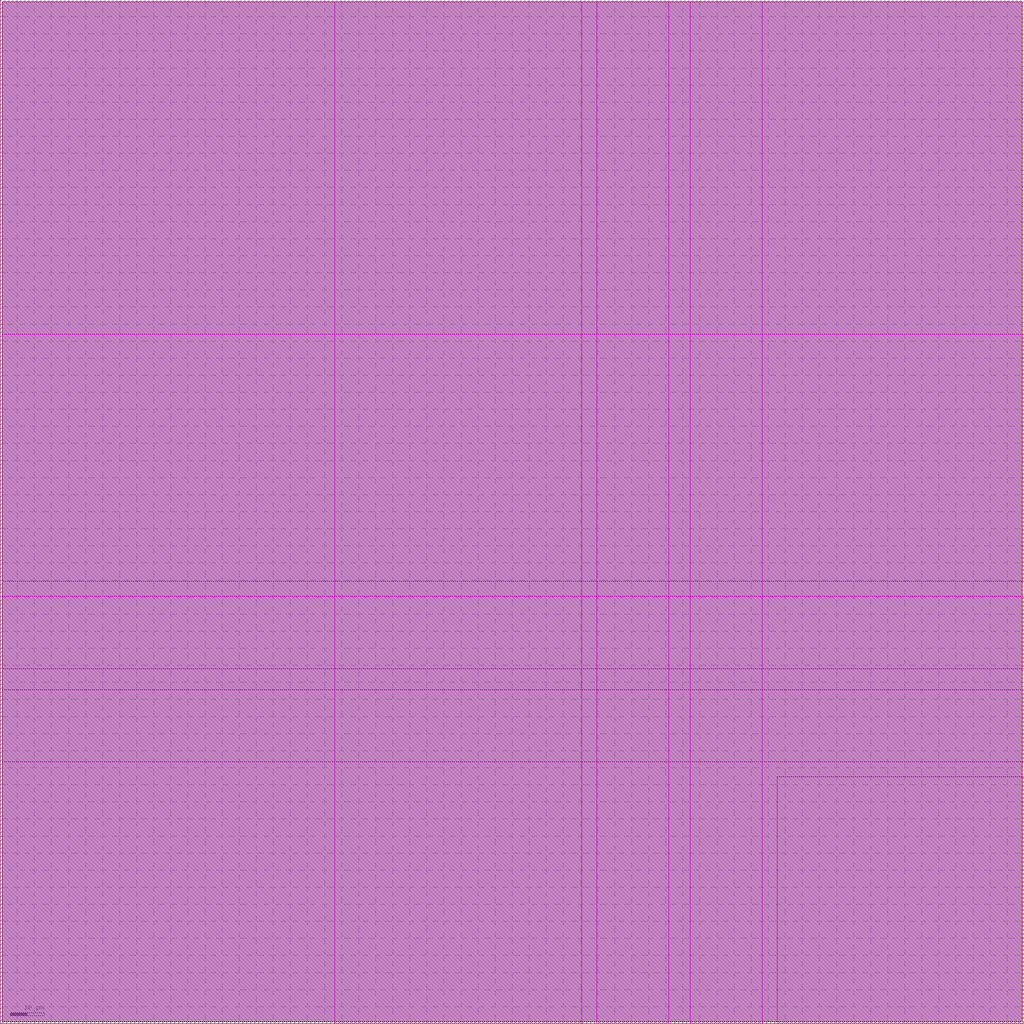
<source format=lef>
VERSION 5.4 ;
NAMESCASESENSITIVE ON ;
BUSBITCHARS "[]" ;
DIVIDERCHAR "/" ;
UNITS
   DATABASE MICRONS 1000 ;
END UNITS

USEMINSPACING OBS ON ;
USEMINSPACING PIN OFF ;
CLEARANCEMEASURE EUCLIDEAN ;

MANUFACTURINGGRID 0.1 ;

LAYER nwell
   TYPE MASTERSLICE ;
END nwell

LAYER nactive
   TYPE MASTERSLICE ;
END nactive

LAYER pactive
   TYPE MASTERSLICE ;
END pactive

LAYER poly
   TYPE MASTERSLICE ;
END poly

LAYER cc
   TYPE CUT ;
   SPACING 0.9 ;
END cc

LAYER metal1
   TYPE ROUTING ;
   DIRECTION HORIZONTAL ;
   WIDTH 0.6 ;
   OFFSET 1 ;
   PITCH 2 ;
   SPACING 0.6 ;
END metal1

LAYER via1
   TYPE CUT ;
   SPACING 0.6 ;
END via1

LAYER metal2
   TYPE ROUTING ;
   DIRECTION VERTICAL ;
   WIDTH 0.6 ;
   OFFSET 0.8 ;
   PITCH 1.6 ;
   SPACING 0.6 ;
END metal2

LAYER via2
   TYPE CUT ;
   SPACING 0.6 ;
END via2

LAYER metal3
   TYPE ROUTING ;
   DIRECTION HORIZONTAL ;
   WIDTH 0.6 ;
   OFFSET 1 ;
   PITCH 2 ;
   SPACING 0.6 ;
END metal3

LAYER via3
   TYPE CUT ;
   SPACING 0.8 ;
END via3

LAYER metal4
   TYPE ROUTING ;
   DIRECTION VERTICAL ;
   WIDTH 1.2 ;
   OFFSET 1.6 ;
   PITCH 3.2 ;
   SPACING 1.2 ;
END metal4

VIA M2_M1 DEFAULT
   LAYER metal1 ;
      RECT -0.4 -0.4 0.4 0.4 ;
   LAYER via1 ;
      RECT -0.2 -0.2 0.2 0.2 ;
   LAYER metal2 ;
      RECT -0.4 -0.4 0.4 0.4 ;
END M2_M1

VIA M3_M2 DEFAULT
   LAYER metal2 ;
      RECT -0.4 -0.4 0.4 0.4 ;
   LAYER via2 ;
      RECT -0.2 -0.2 0.2 0.2 ;
   LAYER metal3 ;
      RECT -0.4 -0.4 0.4 0.4 ;
END M3_M2

VIA M4_M3 DEFAULT
   LAYER metal3 ;
      RECT -0.4 -0.4 0.4 0.4 ;
   LAYER via3 ;
      RECT -0.2 -0.2 0.2 0.2 ;
   LAYER metal4 ;
      RECT -0.6 -0.6 0.6 0.6 ;
END M4_M3

VIARULE viagen21 GENERATE
   LAYER metal1 ;
      DIRECTION HORIZONTAL ;
      WIDTH 0.6 TO 60 ;
      OVERHANG 0.2 ;

   LAYER metal2 ;
      DIRECTION VERTICAL ;
      WIDTH 0.6 TO 60 ;
      OVERHANG 0.2 ;
END viagen21

VIARULE viagen32 GENERATE
   LAYER metal3 ;
      DIRECTION HORIZONTAL ;
      WIDTH 0.6 TO 60 ;
      OVERHANG 0.2 ;

   LAYER metal2 ;
      DIRECTION VERTICAL ;
      WIDTH 0.6 TO 60 ;
      OVERHANG 0.2 ;
END viagen32

VIARULE viagen43 GENERATE
   LAYER metal3 ;
      DIRECTION HORIZONTAL ;
      WIDTH 0.6 TO 60 ;
      OVERHANG 0.4 ;

   LAYER metal4 ;
      DIRECTION VERTICAL ;
      WIDTH 0.6 TO 60 ;
      OVERHANG 0.4 ;
END viagen43

VIARULE TURN1 GENERATE
   LAYER metal1 ;
      DIRECTION HORIZONTAL ;

   LAYER metal1 ;
      DIRECTION VERTICAL ;
END TURN1

VIARULE TURN2 GENERATE
   LAYER metal2 ;
      DIRECTION HORIZONTAL ;

   LAYER metal2 ;
      DIRECTION VERTICAL ;
END TURN2

VIARULE TURN3 GENERATE
   LAYER metal3 ;
      DIRECTION HORIZONTAL ;

   LAYER metal3 ;
      DIRECTION VERTICAL ;
END TURN3

VIARULE TURN4 GENERATE
   LAYER metal4 ;
      DIRECTION HORIZONTAL ;

   LAYER metal4 ;
      DIRECTION VERTICAL ;
END TURN4

MACRO FILL
   CLASS CORE ;
   FOREIGN FILL ;
   ORIGIN 0 0 ;
   SIZE 1.6 BY 20 ;
   SYMMETRY X Y ;
   SITE core ;
   PIN gnd
      DIRECTION INOUT ;
      USE GROUND ;
      USE ABUTMENT ;
      PORT 
         LAYER metal1 ;
             RECT ITERATE -0.4 -0.6 2 0.6 DO 1 BY 1 STEP 0 0 ;
      END
   END gnd

   PIN vdd
      DIRECTION INOUT ;
      USE POWER ;
      USE ABUTMENT ;
      PORT 
         LAYER metal1 ;
             RECT ITERATE -0.4 19.4 2 20.6 DO 1 BY 1 STEP 0 0 ;
      END
   END vdd

END FILL

MACRO AND2X1
   CLASS CORE ;
   FOREIGN AND2X1 ;
   ORIGIN 0 0 ;
   SIZE 6.4 BY 20 ;
   SYMMETRY X Y ;
   SITE core ;
   PIN A
      DIRECTION INPUT ;
      PORT 
         LAYER metal1 ;
             RECT ITERATE 0.4 6.6 1.2 8.2 DO 1 BY 1 STEP 0 0 ;
      END
   END A

   PIN B
      DIRECTION INPUT ;
      PORT 
         LAYER metal1 ;
             RECT ITERATE 2 10.6 3.4 11.4 DO 1 BY 1 STEP 0 0 ;
            RECT ITERATE 2.6 9.8 3.4 11.4 DO 1 BY 1 STEP 0 0 ;
      END
   END B

   PIN gnd
      DIRECTION INOUT ;
      USE GROUND ;
      USE ABUTMENT ;
      PORT 
         LAYER metal1 ;
             RECT ITERATE -0.4 -0.6 6.8 0.6 DO 1 BY 1 STEP 0 0 ;
            RECT ITERATE 3 -0.6 3.8 5.2 DO 1 BY 1 STEP 0 0 ;
      END
   END gnd

   PIN Y
      DIRECTION OUTPUT TRISTATE ;
      PORT 
         LAYER metal1 ;
             RECT ITERATE 4.6 1.2 5.4 3.8 DO 1 BY 1 STEP 0 0 ;
            RECT ITERATE 5.4 3.2 6 18.8 DO 1 BY 1 STEP 0 0 ;
            RECT ITERATE 5.2 14.8 6 18.8 DO 1 BY 1 STEP 0 0 ;
            RECT ITERATE 5.2 12.6 6 13.4 DO 1 BY 1 STEP 0 0 ;
      END
   END Y

   PIN vdd
      DIRECTION INOUT ;
      USE POWER ;
      USE ABUTMENT ;
      PORT 
         LAYER metal1 ;
             RECT ITERATE 3.6 14.8 4.4 20.6 DO 1 BY 1 STEP 0 0 ;
            RECT ITERATE -0.4 19.4 6.8 20.6 DO 1 BY 1 STEP 0 0 ;
            RECT ITERATE 0.4 14.8 1.2 20.6 DO 1 BY 1 STEP 0 0 ;
      END
   END vdd

   OBS
      LAYER metal1 ;
         RECT ITERATE 2 14.8 2.8 18.8 DO 1 BY 1 STEP 0 0 ;
         RECT ITERATE 2.2 13.6 2.8 18.8 DO 1 BY 1 STEP 0 0 ;
         RECT ITERATE 2.2 13.6 4.6 14.2 DO 1 BY 1 STEP 0 0 ;
         RECT ITERATE 4 5.8 4.6 14.2 DO 1 BY 1 STEP 0 0 ;
         RECT ITERATE 1.8 6 4.8 6.6 DO 1 BY 1 STEP 0 0 ;
         RECT ITERATE 4 5.8 4.8 6.6 DO 1 BY 1 STEP 0 0 ;
         RECT ITERATE 1.8 5.2 2.4 6.6 DO 1 BY 1 STEP 0 0 ;
         RECT ITERATE 0.6 5.2 2.4 5.8 DO 1 BY 1 STEP 0 0 ;
         RECT ITERATE 0.4 1.2 1.2 5.2 DO 1 BY 1 STEP 0 0 ;
   END
END AND2X1

MACRO AND2X2
   CLASS CORE ;
   FOREIGN AND2X2 ;
   ORIGIN 0 0 ;
   SIZE 6.4 BY 20 ;
   SYMMETRY X Y ;
   SITE core ;
   PIN A
      DIRECTION INPUT ;
      PORT 
         LAYER metal1 ;
             RECT ITERATE 0.4 6.6 1.2 8.2 DO 1 BY 1 STEP 0 0 ;
      END
   END A

   PIN B
      DIRECTION INPUT ;
      PORT 
         LAYER metal1 ;
             RECT ITERATE 2 8.6 2.8 9.4 DO 1 BY 1 STEP 0 0 ;
            RECT ITERATE 2.4 7 3.2 7.8 DO 1 BY 1 STEP 0 0 ;
            RECT ITERATE 2.2 7.2 2.8 9.4 DO 1 BY 1 STEP 0 0 ;
      END
   END B

   PIN gnd
      DIRECTION INOUT ;
      USE GROUND ;
      USE ABUTMENT ;
      PORT 
         LAYER metal1 ;
             RECT ITERATE -0.4 -0.6 6.8 0.6 DO 1 BY 1 STEP 0 0 ;
            RECT ITERATE 3 -0.6 3.8 5 DO 1 BY 1 STEP 0 0 ;
      END
   END gnd

   PIN Y
      DIRECTION OUTPUT TRISTATE ;
      PORT 
         LAYER metal1 ;
             RECT ITERATE 4.6 1.2 5.4 5.2 DO 1 BY 1 STEP 0 0 ;
            RECT ITERATE 5.4 4.2 6 18.8 DO 1 BY 1 STEP 0 0 ;
            RECT ITERATE 5.2 10.8 6 18.8 DO 1 BY 1 STEP 0 0 ;
            RECT ITERATE 5.2 8.6 6 9.4 DO 1 BY 1 STEP 0 0 ;
      END
   END Y

   PIN vdd
      DIRECTION INOUT ;
      USE POWER ;
      USE ABUTMENT ;
      PORT 
         LAYER metal1 ;
             RECT ITERATE 3.6 11.2 4.4 20.6 DO 1 BY 1 STEP 0 0 ;
            RECT ITERATE -0.4 19.4 6.8 20.6 DO 1 BY 1 STEP 0 0 ;
            RECT ITERATE 0.4 14.8 1.2 20.6 DO 1 BY 1 STEP 0 0 ;
      END
   END vdd

   OBS
      LAYER metal1 ;
         RECT ITERATE 2 14.8 2.8 18.8 DO 1 BY 1 STEP 0 0 ;
         RECT ITERATE 2.2 10 2.8 18.8 DO 1 BY 1 STEP 0 0 ;
         RECT ITERATE 2.2 10 4.6 10.6 DO 1 BY 1 STEP 0 0 ;
         RECT ITERATE 4 5.8 4.6 10.6 DO 1 BY 1 STEP 0 0 ;
         RECT ITERATE 4 5.8 4.8 6.6 DO 1 BY 1 STEP 0 0 ;
         RECT ITERATE 1.8 5.8 4.8 6.4 DO 1 BY 1 STEP 0 0 ;
         RECT ITERATE 0.6 5.4 2.4 6 DO 1 BY 1 STEP 0 0 ;
         RECT ITERATE 0.6 1.2 1.2 6 DO 1 BY 1 STEP 0 0 ;
         RECT ITERATE 0.4 1.2 1.2 5.2 DO 1 BY 1 STEP 0 0 ;
   END
END AND2X2

MACRO AOI21X1
   CLASS CORE ;
   FOREIGN AOI21X1 ;
   ORIGIN 0 0 ;
   SIZE 6.4 BY 20 ;
   SYMMETRY X Y ;
   SITE core ;
   PIN A
      DIRECTION INPUT ;
      PORT 
         LAYER metal1 ;
             RECT ITERATE 1.2 8.8 2 9.8 DO 1 BY 1 STEP 0 0 ;
            RECT ITERATE 0.4 8.6 1.2 9.4 DO 1 BY 1 STEP 0 0 ;
      END
   END A

   PIN B
      DIRECTION INPUT ;
      PORT 
         LAYER metal1 ;
             RECT ITERATE 2 6.6 2.8 8.2 DO 1 BY 1 STEP 0 0 ;
      END
   END B

   PIN C
      DIRECTION INPUT ;
      PORT 
         LAYER metal1 ;
             RECT ITERATE 5.2 4.6 6 5.4 DO 1 BY 1 STEP 0 0 ;
            RECT ITERATE 5 3.8 5.8 4.6 DO 1 BY 1 STEP 0 0 ;
      END
   END C

   PIN gnd
      DIRECTION INOUT ;
      USE GROUND ;
      USE ABUTMENT ;
      PORT 
         LAYER metal1 ;
             RECT ITERATE 5.2 -0.6 6 3.2 DO 1 BY 1 STEP 0 0 ;
            RECT ITERATE -0.4 -0.6 6.8 0.6 DO 1 BY 1 STEP 0 0 ;
            RECT ITERATE 1 -0.6 1.8 5.2 DO 1 BY 1 STEP 0 0 ;
      END
   END gnd

   PIN Y
      DIRECTION OUTPUT TRISTATE ;
      PORT 
         LAYER metal1 ;
             RECT ITERATE 3.6 1.2 4.4 5.2 DO 1 BY 1 STEP 0 0 ;
            RECT ITERATE 5.2 8.6 5.8 18.8 DO 1 BY 1 STEP 0 0 ;
            RECT ITERATE 5.2 8.6 6 9.4 DO 1 BY 1 STEP 0 0 ;
            RECT ITERATE 3.6 8.8 6 9.4 DO 1 BY 1 STEP 0 0 ;
            RECT ITERATE 5.2 10.8 6 18.8 DO 1 BY 1 STEP 0 0 ;
            RECT ITERATE 3.6 1.2 4.2 9.4 DO 1 BY 1 STEP 0 0 ;
      END
   END Y

   PIN vdd
      DIRECTION INOUT ;
      USE POWER ;
      USE ABUTMENT ;
      PORT 
         LAYER metal1 ;
             RECT ITERATE -0.4 19.4 6.8 20.6 DO 1 BY 1 STEP 0 0 ;
            RECT ITERATE 2 12 2.8 20.6 DO 1 BY 1 STEP 0 0 ;
      END
   END vdd

   OBS
      LAYER metal1 ;
         RECT ITERATE 3.6 10.8 4.4 18.8 DO 1 BY 1 STEP 0 0 ;
         RECT ITERATE 0.4 10.8 1.2 18.8 DO 1 BY 1 STEP 0 0 ;
         RECT ITERATE 0.4 10.8 4.4 11.4 DO 1 BY 1 STEP 0 0 ;
   END
END AOI21X1

MACRO AOI22X1
   CLASS CORE ;
   FOREIGN AOI22X1 ;
   ORIGIN 0 0 ;
   SIZE 8 BY 20 ;
   SYMMETRY X Y ;
   SITE core ;
   PIN A
      DIRECTION INPUT ;
      PORT 
         LAYER metal1 ;
             RECT ITERATE 1.2 8.8 2 9.8 DO 1 BY 1 STEP 0 0 ;
            RECT ITERATE 0.4 8.6 1.2 9.4 DO 1 BY 1 STEP 0 0 ;
      END
   END A

   PIN B
      DIRECTION INPUT ;
      PORT 
         LAYER metal1 ;
             RECT ITERATE 2 6.6 2.8 8.2 DO 1 BY 1 STEP 0 0 ;
      END
   END B

   PIN C
      DIRECTION INPUT ;
      PORT 
         LAYER metal1 ;
             RECT ITERATE 6.8 8.6 7.6 10.2 DO 1 BY 1 STEP 0 0 ;
      END
   END C

   PIN D
      DIRECTION INPUT ;
      PORT 
         LAYER metal1 ;
             RECT ITERATE 5 7.8 5.8 8.6 DO 1 BY 1 STEP 0 0 ;
            RECT ITERATE 5.2 6.6 6 7.4 DO 1 BY 1 STEP 0 0 ;
            RECT ITERATE 5.2 6.6 5.8 8.6 DO 1 BY 1 STEP 0 0 ;
      END
   END D

   PIN gnd
      DIRECTION INOUT ;
      USE GROUND ;
      USE ABUTMENT ;
      PORT 
         LAYER metal1 ;
             RECT ITERATE 6.8 -0.6 7.6 5.2 DO 1 BY 1 STEP 0 0 ;
            RECT ITERATE -0.4 -0.6 8.4 0.6 DO 1 BY 1 STEP 0 0 ;
            RECT ITERATE 0.8 -0.6 1.6 5.2 DO 1 BY 1 STEP 0 0 ;
      END
   END gnd

   PIN Y
      DIRECTION OUTPUT TRISTATE ;
      PORT 
         LAYER metal1 ;
             RECT ITERATE 3.8 1.2 4.4 10.2 DO 1 BY 1 STEP 0 0 ;
            RECT ITERATE 3.4 1.2 5 5.2 DO 1 BY 1 STEP 0 0 ;
            RECT ITERATE 3.8 9.6 5.8 10.2 DO 1 BY 1 STEP 0 0 ;
            RECT ITERATE 5.2 9.6 5.8 17.6 DO 1 BY 1 STEP 0 0 ;
            RECT ITERATE 5.2 10.8 6 17.6 DO 1 BY 1 STEP 0 0 ;
            RECT ITERATE 3.6 8.6 4.4 9.4 DO 1 BY 1 STEP 0 0 ;
      END
   END Y

   PIN vdd
      DIRECTION INOUT ;
      USE POWER ;
      USE ABUTMENT ;
      PORT 
         LAYER metal1 ;
             RECT ITERATE -0.4 19.4 8.4 20.6 DO 1 BY 1 STEP 0 0 ;
            RECT ITERATE 2 12 2.8 20.6 DO 1 BY 1 STEP 0 0 ;
      END
   END vdd

   OBS
      LAYER metal1 ;
         RECT ITERATE 3.6 18.2 7.6 18.8 DO 1 BY 1 STEP 0 0 ;
         RECT ITERATE 6.8 10.8 7.6 18.8 DO 1 BY 1 STEP 0 0 ;
         RECT ITERATE 0.4 10.8 1.2 18.8 DO 1 BY 1 STEP 0 0 ;
         RECT ITERATE 3.6 10.8 4.4 18.8 DO 1 BY 1 STEP 0 0 ;
         RECT ITERATE 0.4 10.8 4.4 11.4 DO 1 BY 1 STEP 0 0 ;
   END
END AOI22X1

MACRO BUFX2
   CLASS CORE ;
   FOREIGN BUFX2 ;
   ORIGIN 0 0 ;
   SIZE 4.8 BY 20 ;
   SYMMETRY X Y ;
   SITE core ;
   PIN A
      DIRECTION INPUT ;
      PORT 
         LAYER metal1 ;
             RECT ITERATE 0.4 7.8 1.2 9.4 DO 1 BY 1 STEP 0 0 ;
      END
   END A

   PIN gnd
      DIRECTION INOUT ;
      USE GROUND ;
      USE ABUTMENT ;
      PORT 
         LAYER metal1 ;
             RECT ITERATE -0.4 -0.6 5.2 0.6 DO 1 BY 1 STEP 0 0 ;
            RECT ITERATE 2 -0.6 2.8 5.2 DO 1 BY 1 STEP 0 0 ;
      END
   END gnd

   PIN Y
      DIRECTION OUTPUT TRISTATE ;
      PORT 
         LAYER metal1 ;
             RECT ITERATE 3.8 1.2 4.4 18.8 DO 1 BY 1 STEP 0 0 ;
            RECT ITERATE 3.6 10.8 4.4 18.8 DO 1 BY 1 STEP 0 0 ;
            RECT ITERATE 3.6 1.2 4.4 8.6 DO 1 BY 1 STEP 0 0 ;
      END
   END Y

   PIN vdd
      DIRECTION INOUT ;
      USE POWER ;
      USE ABUTMENT ;
      PORT 
         LAYER metal1 ;
             RECT ITERATE -0.4 19.4 5.2 20.6 DO 1 BY 1 STEP 0 0 ;
            RECT ITERATE 2 12 2.8 20.6 DO 1 BY 1 STEP 0 0 ;
      END
   END vdd

   OBS
      LAYER metal1 ;
         RECT ITERATE 0.4 10.8 1.2 18.8 DO 1 BY 1 STEP 0 0 ;
         RECT ITERATE 0.4 10.8 2.6 11.4 DO 1 BY 1 STEP 0 0 ;
         RECT ITERATE 2 5.8 2.6 11.4 DO 1 BY 1 STEP 0 0 ;
         RECT ITERATE 2 9.4 3.2 10.2 DO 1 BY 1 STEP 0 0 ;
         RECT ITERATE 0.4 5.8 2.6 6.4 DO 1 BY 1 STEP 0 0 ;
         RECT ITERATE 0.4 1.2 1.2 6.4 DO 1 BY 1 STEP 0 0 ;
   END
END BUFX2

MACRO BUFX4
   CLASS CORE ;
   FOREIGN BUFX4 ;
   ORIGIN 0 0 ;
   SIZE 6.4 BY 20 ;
   SYMMETRY X Y ;
   SITE core ;
   PIN A
      DIRECTION INPUT ;
      PORT 
         LAYER metal1 ;
             RECT ITERATE 0.4 8.6 1.4 9.4 DO 1 BY 1 STEP 0 0 ;
            RECT ITERATE 0.6 7.8 1.4 9.4 DO 1 BY 1 STEP 0 0 ;
      END
   END A

   PIN gnd
      DIRECTION INOUT ;
      USE GROUND ;
      USE ABUTMENT ;
      PORT 
         LAYER metal1 ;
             RECT ITERATE 5.2 -0.6 6 5.2 DO 1 BY 1 STEP 0 0 ;
            RECT ITERATE -0.4 -0.6 6.8 0.6 DO 1 BY 1 STEP 0 0 ;
            RECT ITERATE 2 -0.6 2.8 5.2 DO 1 BY 1 STEP 0 0 ;
      END
   END gnd

   PIN Y
      DIRECTION OUTPUT TRISTATE ;
      PORT 
         LAYER metal1 ;
             RECT ITERATE 3.6 6.6 4.6 7.4 DO 1 BY 1 STEP 0 0 ;
            RECT ITERATE 3.6 10.8 4.4 18.8 DO 1 BY 1 STEP 0 0 ;
            RECT ITERATE 4 4.6 4.6 11.8 DO 1 BY 1 STEP 0 0 ;
            RECT ITERATE 3.6 1.2 4.4 5.2 DO 1 BY 1 STEP 0 0 ;
      END
   END Y

   PIN vdd
      DIRECTION INOUT ;
      USE POWER ;
      USE ABUTMENT ;
      PORT 
         LAYER metal1 ;
             RECT ITERATE 5.2 10.8 6 20.6 DO 1 BY 1 STEP 0 0 ;
            RECT ITERATE -0.4 19.4 6.8 20.6 DO 1 BY 1 STEP 0 0 ;
            RECT ITERATE 2 12 2.8 20.6 DO 1 BY 1 STEP 0 0 ;
      END
   END vdd

   OBS
      LAYER metal1 ;
         RECT ITERATE 0.4 10.8 1.2 18.8 DO 1 BY 1 STEP 0 0 ;
         RECT ITERATE 0.4 10.8 3 11.4 DO 1 BY 1 STEP 0 0 ;
         RECT ITERATE 2.4 5.8 3 11.4 DO 1 BY 1 STEP 0 0 ;
         RECT ITERATE 2.4 8 3.4 8.8 DO 1 BY 1 STEP 0 0 ;
         RECT ITERATE 0.4 5.8 3 6.4 DO 1 BY 1 STEP 0 0 ;
         RECT ITERATE 0.4 1.2 1.2 6.4 DO 1 BY 1 STEP 0 0 ;
   END
END BUFX4

MACRO DFFNEGX1
   CLASS CORE ;
   FOREIGN DFFNEGX1 ;
   ORIGIN 0 0 ;
   SIZE 19.2 BY 20 ;
   SYMMETRY X Y ;
   SITE core ;
   PIN Q
      DIRECTION OUTPUT TRISTATE ;
      PORT 
         LAYER metal1 ;
             RECT ITERATE 15 5.4 15.8 6.2 DO 1 BY 1 STEP 0 0 ;
            RECT ITERATE 15 5.6 18.8 6.2 DO 1 BY 1 STEP 0 0 ;
            RECT ITERATE 14.6 9.6 18.8 10.2 DO 1 BY 1 STEP 0 0 ;
            RECT ITERATE 18 1.2 18.8 18.8 DO 1 BY 1 STEP 0 0 ;
            RECT ITERATE 14.6 9.4 15.4 10.2 DO 1 BY 1 STEP 0 0 ;
      END
   END Q

   PIN CLK
      DIRECTION INPUT ;
      PORT 
         LAYER metal1 ;
             RECT ITERATE 5.4 13.4 6.2 14.2 DO 1 BY 1 STEP 0 0 ;
            RECT ITERATE 1.2 6.6 2.8 7.4 DO 1 BY 1 STEP 0 0 ;
            RECT ITERATE 4 5.4 4.8 7.4 DO 1 BY 1 STEP 0 0 ;
            RECT ITERATE 4.2 4.6 5 5.4 DO 1 BY 1 STEP 0 0 ;
            RECT ITERATE 5.2 6.8 6 7.6 DO 1 BY 1 STEP 0 0 ;
            RECT ITERATE 12 6.6 12.8 7.4 DO 1 BY 1 STEP 0 0 ;
            RECT ITERATE 1.2 6.8 12.8 7.4 DO 1 BY 1 STEP 0 0 ;
            RECT ITERATE 5.2 12.6 6 13.4 DO 1 BY 1 STEP 0 0 ;
         LAYER metal2 ;
             RECT ITERATE 5.2 6.8 6 13.4 DO 1 BY 1 STEP 0 0 ;
      END
   END CLK

   PIN D
      DIRECTION INPUT ;
      PORT 
         LAYER metal1 ;
             RECT ITERATE 2.8 8.6 7.6 9.2 DO 1 BY 1 STEP 0 0 ;
            RECT ITERATE 6.8 8.6 7.6 9.4 DO 1 BY 1 STEP 0 0 ;
            RECT ITERATE 2.8 8.4 3.6 9.2 DO 1 BY 1 STEP 0 0 ;
      END
   END D

   PIN gnd
      DIRECTION INOUT ;
      USE GROUND ;
      USE ABUTMENT ;
      PORT 
         LAYER metal1 ;
             RECT ITERATE 7.4 -0.6 8.4 3.2 DO 1 BY 1 STEP 0 0 ;
            RECT ITERATE 10.8 -0.6 11.6 3.2 DO 1 BY 1 STEP 0 0 ;
            RECT ITERATE 16.4 -0.6 17.2 5 DO 1 BY 1 STEP 0 0 ;
            RECT ITERATE -0.4 -0.6 19.6 0.6 DO 1 BY 1 STEP 0 0 ;
            RECT ITERATE 2 -0.6 2.8 5.2 DO 1 BY 1 STEP 0 0 ;
      END
   END gnd

   PIN vdd
      DIRECTION INOUT ;
      USE POWER ;
      USE ABUTMENT ;
      PORT 
         LAYER metal1 ;
             RECT ITERATE 7.6 14.8 8.4 20.6 DO 1 BY 1 STEP 0 0 ;
            RECT ITERATE 10.8 14.8 11.6 20.6 DO 1 BY 1 STEP 0 0 ;
            RECT ITERATE 16.4 10.8 17.2 20.6 DO 1 BY 1 STEP 0 0 ;
            RECT ITERATE -0.4 19.4 19.6 20.6 DO 1 BY 1 STEP 0 0 ;
            RECT ITERATE 2 11 2.8 20.6 DO 1 BY 1 STEP 0 0 ;
      END
   END vdd

   OBS
      LAYER metal1 ;
         RECT ITERATE 16.2 8.2 17 9 DO 1 BY 1 STEP 0 0 ;
         RECT ITERATE 13.2 8.2 17 8.8 DO 1 BY 1 STEP 0 0 ;
         RECT ITERATE 13.2 8 14 8.8 DO 1 BY 1 STEP 0 0 ;
         RECT ITERATE 13.2 2.6 14 4 DO 1 BY 1 STEP 0 0 ;
         RECT ITERATE 13.4 1.2 14.6 3.2 DO 1 BY 1 STEP 0 0 ;
         RECT ITERATE 0.4 9.8 1.2 18.8 DO 1 BY 1 STEP 0 0 ;
         RECT ITERATE 13.8 11.4 14.6 12.2 DO 1 BY 1 STEP 0 0 ;
         RECT ITERATE 10.8 11.4 11.8 12.2 DO 1 BY 1 STEP 0 0 ;
         RECT ITERATE 10.8 11.4 14.6 12 DO 1 BY 1 STEP 0 0 ;
         RECT ITERATE 10.8 10.2 11.4 12.2 DO 1 BY 1 STEP 0 0 ;
         RECT ITERATE 4.2 10.2 11.4 10.8 DO 1 BY 1 STEP 0 0 ;
         RECT ITERATE 0.4 9.8 5 10.4 DO 1 BY 1 STEP 0 0 ;
         RECT ITERATE 13.4 14.8 14.6 18.8 DO 1 BY 1 STEP 0 0 ;
         RECT ITERATE 13.2 14 14 14.8 DO 1 BY 1 STEP 0 0 ;
         RECT ITERATE 9.2 14.8 10 18.8 DO 1 BY 1 STEP 0 0 ;
         RECT ITERATE 9.2 13.6 9.8 18.8 DO 1 BY 1 STEP 0 0 ;
         RECT ITERATE 7 13.6 10.6 14.2 DO 1 BY 1 STEP 0 0 ;
         RECT ITERATE 9.8 13.4 10.6 14.2 DO 1 BY 1 STEP 0 0 ;
         RECT ITERATE 7 13.4 7.8 14.2 DO 1 BY 1 STEP 0 0 ;
         RECT ITERATE 7 3.8 7.8 4.6 DO 1 BY 1 STEP 0 0 ;
         RECT ITERATE 7 3.8 9.8 4.4 DO 1 BY 1 STEP 0 0 ;
         RECT ITERATE 9.2 1.2 9.8 4.4 DO 1 BY 1 STEP 0 0 ;
         RECT ITERATE 9.2 1.2 10 3.2 DO 1 BY 1 STEP 0 0 ;
         RECT ITERATE 8.2 11.4 9 12.2 DO 1 BY 1 STEP 0 0 ;
         RECT ITERATE 3.6 11.4 4.4 12.2 DO 1 BY 1 STEP 0 0 ;
         RECT ITERATE 3.6 11.4 9 12 DO 1 BY 1 STEP 0 0 ;
         RECT ITERATE 3.6 2.6 4.4 4 DO 1 BY 1 STEP 0 0 ;
         RECT ITERATE 3.6 2.6 5.6 3.2 DO 1 BY 1 STEP 0 0 ;
         RECT ITERATE 4.8 1.2 5.6 3.2 DO 1 BY 1 STEP 0 0 ;
         RECT ITERATE 4.8 14.8 5.6 18.8 DO 1 BY 1 STEP 0 0 ;
         RECT ITERATE 3.6 14.8 5.6 15.4 DO 1 BY 1 STEP 0 0 ;
         RECT ITERATE 3.6 14 4.4 15.4 DO 1 BY 1 STEP 0 0 ;
         RECT ITERATE 0.4 1.2 1.2 6 DO 1 BY 1 STEP 0 0 ;
      LAYER metal2 ;
         RECT ITERATE 13.2 12.2 14 14.8 DO 1 BY 1 STEP 0 0 ;
         RECT ITERATE 13.2 3.2 13.8 14.8 DO 1 BY 1 STEP 0 0 ;
         RECT ITERATE 13.2 3.2 14 11.4 DO 1 BY 1 STEP 0 0 ;
         RECT ITERATE 3.6 10.8 4.4 14.8 DO 1 BY 1 STEP 0 0 ;
         RECT ITERATE 3.6 3.2 4.2 14.8 DO 1 BY 1 STEP 0 0 ;
         RECT ITERATE 3.6 3.2 4.4 10 DO 1 BY 1 STEP 0 0 ;
         RECT ITERATE 0.4 5.2 1.2 10.8 DO 1 BY 1 STEP 0 0 ;
   END
END DFFNEGX1

MACRO NOR3X1
   CLASS CORE ;
   FOREIGN NOR3X1 ;
   ORIGIN 0 0 ;
   SIZE 12.8 BY 20 ;
   SYMMETRY X Y ;
   SITE core ;
   PIN A
      DIRECTION INPUT ;
      PORT 
         LAYER metal1 ;
             RECT ITERATE 2 4.6 3.8 5.4 DO 1 BY 1 STEP 0 0 ;
      END
   END A

   PIN B
      DIRECTION INPUT ;
      PORT 
         LAYER metal1 ;
             RECT ITERATE 3.6 6.6 5.2 7.4 DO 1 BY 1 STEP 0 0 ;
      END
   END B

   PIN C
      DIRECTION INPUT ;
      PORT 
         LAYER metal1 ;
             RECT ITERATE 5.2 8.6 6.8 9.4 DO 1 BY 1 STEP 0 0 ;
      END
   END C

   PIN gnd
      DIRECTION INOUT ;
      USE GROUND ;
      USE ABUTMENT ;
      PORT 
         LAYER metal1 ;
             RECT ITERATE 5.2 -0.6 6 2.8 DO 1 BY 1 STEP 0 0 ;
            RECT ITERATE -0.4 -0.6 13.2 0.6 DO 1 BY 1 STEP 0 0 ;
            RECT ITERATE 2 -0.6 2.8 3.2 DO 1 BY 1 STEP 0 0 ;
      END
   END gnd

   PIN Y
      DIRECTION OUTPUT TRISTATE ;
      PORT 
         LAYER metal1 ;
             RECT ITERATE 4 2.6 4.6 4 DO 1 BY 1 STEP 0 0 ;
            RECT ITERATE 4 3.4 8 4 DO 1 BY 1 STEP 0 0 ;
            RECT ITERATE 6.8 1.2 7.6 4 DO 1 BY 1 STEP 0 0 ;
            RECT ITERATE 7.4 3.2 8 11.2 DO 1 BY 1 STEP 0 0 ;
            RECT ITERATE 7.4 10.6 10.8 11.2 DO 1 BY 1 STEP 0 0 ;
            RECT ITERATE 10 10.6 10.6 17.6 DO 1 BY 1 STEP 0 0 ;
            RECT ITERATE 10 10.6 10.8 11.4 DO 1 BY 1 STEP 0 0 ;
            RECT ITERATE 10 12 10.8 17.6 DO 1 BY 1 STEP 0 0 ;
            RECT ITERATE 3.6 1.2 4.4 3.2 DO 1 BY 1 STEP 0 0 ;
      END
   END Y

   PIN vdd
      DIRECTION INOUT ;
      USE POWER ;
      USE ABUTMENT ;
      PORT 
         LAYER metal1 ;
             RECT ITERATE -0.4 19.4 13.2 20.6 DO 1 BY 1 STEP 0 0 ;
            RECT ITERATE 2 12.8 2.8 20.6 DO 1 BY 1 STEP 0 0 ;
      END
   END vdd

   OBS
      LAYER metal1 ;
         RECT ITERATE 8.6 18.2 12.2 18.8 DO 1 BY 1 STEP 0 0 ;
         RECT ITERATE 11.6 12 12.2 18.8 DO 1 BY 1 STEP 0 0 ;
         RECT ITERATE 8.6 12 9.2 18.8 DO 1 BY 1 STEP 0 0 ;
         RECT ITERATE 11.6 12 12.4 18 DO 1 BY 1 STEP 0 0 ;
         RECT ITERATE 8.4 12 9.2 18 DO 1 BY 1 STEP 0 0 ;
         RECT ITERATE 5.2 12.8 6 17.6 DO 1 BY 1 STEP 0 0 ;
         RECT ITERATE 5.4 11.8 6 17.6 DO 1 BY 1 STEP 0 0 ;
         RECT ITERATE 5.4 11.8 9 12.4 DO 1 BY 1 STEP 0 0 ;
         RECT ITERATE 3.6 18.2 7.6 18.8 DO 1 BY 1 STEP 0 0 ;
         RECT ITERATE 6.8 13 7.6 18.8 DO 1 BY 1 STEP 0 0 ;
         RECT ITERATE 0.4 12.8 1.2 18.8 DO 1 BY 1 STEP 0 0 ;
         RECT ITERATE 0.6 11.6 1.2 18.8 DO 1 BY 1 STEP 0 0 ;
         RECT ITERATE 3.6 12.8 4.4 18.8 DO 1 BY 1 STEP 0 0 ;
         RECT ITERATE 3.6 11.6 4.2 18.8 DO 1 BY 1 STEP 0 0 ;
         RECT ITERATE 0.6 11.6 4.2 12.2 DO 1 BY 1 STEP 0 0 ;
   END
END NOR3X1

MACRO DFFPOSX1
   CLASS CORE ;
   FOREIGN DFFPOSX1 ;
   ORIGIN 0 0 ;
   SIZE 19.2 BY 20 ;
   SYMMETRY X Y ;
   SITE core ;
   PIN Q
      DIRECTION OUTPUT TRISTATE ;
      PORT 
         LAYER metal1 ;
             RECT ITERATE 15 5.4 15.8 6.2 DO 1 BY 1 STEP 0 0 ;
            RECT ITERATE 15 5.6 18.8 6.2 DO 1 BY 1 STEP 0 0 ;
            RECT ITERATE 14.6 9.6 18.8 10.2 DO 1 BY 1 STEP 0 0 ;
            RECT ITERATE 18 1.2 18.8 18.8 DO 1 BY 1 STEP 0 0 ;
            RECT ITERATE 14.6 9.4 15.4 10.2 DO 1 BY 1 STEP 0 0 ;
      END
   END Q

   PIN CLK
      DIRECTION INPUT ;
      PORT 
         LAYER metal1 ;
             RECT ITERATE 4.2 6.8 5 7.6 DO 1 BY 1 STEP 0 0 ;
            RECT ITERATE 5.2 3.8 6 4.6 DO 1 BY 1 STEP 0 0 ;
            RECT ITERATE 5.4 3.8 6 7.4 DO 1 BY 1 STEP 0 0 ;
            RECT ITERATE 1.2 6.8 12.2 7.4 DO 1 BY 1 STEP 0 0 ;
            RECT ITERATE 11 6.6 11.8 7.4 DO 1 BY 1 STEP 0 0 ;
            RECT ITERATE 11.6 6.8 12.2 11.2 DO 1 BY 1 STEP 0 0 ;
            RECT ITERATE 11.6 10.6 14 11.2 DO 1 BY 1 STEP 0 0 ;
            RECT ITERATE 13.4 10.6 14 13 DO 1 BY 1 STEP 0 0 ;
            RECT ITERATE 13.4 12.2 14.8 13 DO 1 BY 1 STEP 0 0 ;
            RECT ITERATE 1.2 6.6 2.8 7.4 DO 1 BY 1 STEP 0 0 ;
      END
   END CLK

   PIN D
      DIRECTION INPUT ;
      PORT 
         LAYER metal1 ;
             RECT ITERATE 2.6 8.6 7.6 9.2 DO 1 BY 1 STEP 0 0 ;
            RECT ITERATE 6.8 8.6 7.6 9.4 DO 1 BY 1 STEP 0 0 ;
            RECT ITERATE 2.6 8.4 3.4 9.2 DO 1 BY 1 STEP 0 0 ;
      END
   END D

   PIN gnd
      DIRECTION INOUT ;
      USE GROUND ;
      USE ABUTMENT ;
      PORT 
         LAYER metal1 ;
             RECT ITERATE 7.4 -0.6 8.4 3.2 DO 1 BY 1 STEP 0 0 ;
            RECT ITERATE 10.8 -0.6 11.6 3.2 DO 1 BY 1 STEP 0 0 ;
            RECT ITERATE 16.4 -0.6 17.2 5 DO 1 BY 1 STEP 0 0 ;
            RECT ITERATE -0.4 -0.6 19.6 0.6 DO 1 BY 1 STEP 0 0 ;
            RECT ITERATE 2 -0.6 2.8 5.2 DO 1 BY 1 STEP 0 0 ;
      END
   END gnd

   PIN vdd
      DIRECTION INOUT ;
      USE POWER ;
      USE ABUTMENT ;
      PORT 
         LAYER metal1 ;
             RECT ITERATE 7.6 14.8 8.4 20.6 DO 1 BY 1 STEP 0 0 ;
            RECT ITERATE 10.8 14.8 11.6 20.6 DO 1 BY 1 STEP 0 0 ;
            RECT ITERATE 16.4 10.8 17.2 20.6 DO 1 BY 1 STEP 0 0 ;
            RECT ITERATE -0.4 19.4 19.6 20.6 DO 1 BY 1 STEP 0 0 ;
            RECT ITERATE 2 11 2.8 20.6 DO 1 BY 1 STEP 0 0 ;
      END
   END vdd

   OBS
      LAYER metal1 ;
         RECT ITERATE 16.2 8.2 17 9 DO 1 BY 1 STEP 0 0 ;
         RECT ITERATE 13.2 8.2 17 8.8 DO 1 BY 1 STEP 0 0 ;
         RECT ITERATE 13.2 8 14 8.8 DO 1 BY 1 STEP 0 0 ;
         RECT ITERATE 13.2 2.6 14 4 DO 1 BY 1 STEP 0 0 ;
         RECT ITERATE 13.4 1.2 14.6 3.2 DO 1 BY 1 STEP 0 0 ;
         RECT ITERATE 13.4 14.8 14.6 18.8 DO 1 BY 1 STEP 0 0 ;
         RECT ITERATE 13.2 14 14 14.8 DO 1 BY 1 STEP 0 0 ;
         RECT ITERATE 0.4 9.8 1.2 18.8 DO 1 BY 1 STEP 0 0 ;
         RECT ITERATE 9.6 12 11.8 12.6 DO 1 BY 1 STEP 0 0 ;
         RECT ITERATE 11 11.8 11.8 12.6 DO 1 BY 1 STEP 0 0 ;
         RECT ITERATE 9.6 10.2 10.2 12.6 DO 1 BY 1 STEP 0 0 ;
         RECT ITERATE 5.4 10.2 10.2 10.8 DO 1 BY 1 STEP 0 0 ;
         RECT ITERATE 0.4 9.8 6 10.4 DO 1 BY 1 STEP 0 0 ;
         RECT ITERATE 0.4 10 6.2 10.4 DO 1 BY 1 STEP 0 0 ;
         RECT ITERATE 9.2 14.8 10 18.8 DO 1 BY 1 STEP 0 0 ;
         RECT ITERATE 9.2 13.6 9.8 18.8 DO 1 BY 1 STEP 0 0 ;
         RECT ITERATE 7 13.6 10.6 14.2 DO 1 BY 1 STEP 0 0 ;
         RECT ITERATE 9.8 13.4 10.6 14.2 DO 1 BY 1 STEP 0 0 ;
         RECT ITERATE 7 13.4 7.8 14.2 DO 1 BY 1 STEP 0 0 ;
         RECT ITERATE 7 3.8 7.8 4.6 DO 1 BY 1 STEP 0 0 ;
         RECT ITERATE 7 3.8 9.8 4.4 DO 1 BY 1 STEP 0 0 ;
         RECT ITERATE 9.2 1.2 9.8 4.4 DO 1 BY 1 STEP 0 0 ;
         RECT ITERATE 9.2 1.2 10 3.2 DO 1 BY 1 STEP 0 0 ;
         RECT ITERATE 8.2 11.4 9 12.2 DO 1 BY 1 STEP 0 0 ;
         RECT ITERATE 3.6 11.4 4.4 12.2 DO 1 BY 1 STEP 0 0 ;
         RECT ITERATE 3.6 11.4 9 12 DO 1 BY 1 STEP 0 0 ;
         RECT ITERATE 3.6 2.6 4.4 4 DO 1 BY 1 STEP 0 0 ;
         RECT ITERATE 3.6 2.6 5.6 3.2 DO 1 BY 1 STEP 0 0 ;
         RECT ITERATE 4.8 1.2 5.6 3.2 DO 1 BY 1 STEP 0 0 ;
         RECT ITERATE 4.8 14.8 5.6 18.8 DO 1 BY 1 STEP 0 0 ;
         RECT ITERATE 3.6 14.8 5.6 15.4 DO 1 BY 1 STEP 0 0 ;
         RECT ITERATE 3.6 14 4.4 15.4 DO 1 BY 1 STEP 0 0 ;
         RECT ITERATE 0.4 1.2 1.2 6 DO 1 BY 1 STEP 0 0 ;
      LAYER metal2 ;
         RECT ITERATE 13.2 3.2 14 14.8 DO 1 BY 1 STEP 0 0 ;
         RECT ITERATE 3.6 3.2 4.4 14.8 DO 1 BY 1 STEP 0 0 ;
         RECT ITERATE 0.4 5.2 1.2 10.8 DO 1 BY 1 STEP 0 0 ;
   END
END DFFPOSX1

MACRO FAX1
   CLASS CORE ;
   FOREIGN FAX1 ;
   ORIGIN 0 0 ;
   SIZE 24 BY 20 ;
   SYMMETRY X Y ;
   SITE core ;
   PIN YC
      DIRECTION OUTPUT TRISTATE ;
      PORT 
         LAYER metal1 ;
             RECT ITERATE 22.8 6.6 23.6 7.4 DO 1 BY 1 STEP 0 0 ;
            RECT ITERATE 23 1.2 23.6 18.8 DO 1 BY 1 STEP 0 0 ;
            RECT ITERATE 22.8 14.8 23.6 18.8 DO 1 BY 1 STEP 0 0 ;
            RECT ITERATE 22.8 1.2 23.6 3.2 DO 1 BY 1 STEP 0 0 ;
      END
   END YC

   PIN YS
      DIRECTION OUTPUT TRISTATE ;
      PORT 
         LAYER metal1 ;
             RECT ITERATE 19.4 9.2 20 15.4 DO 1 BY 1 STEP 0 0 ;
            RECT ITERATE 19.8 1.2 20.4 4.4 DO 1 BY 1 STEP 0 0 ;
            RECT ITERATE 19.6 14.8 20.4 18.8 DO 1 BY 1 STEP 0 0 ;
            RECT ITERATE 19.8 3.8 21.4 4.4 DO 1 BY 1 STEP 0 0 ;
            RECT ITERATE 20.8 3.8 21.4 9.8 DO 1 BY 1 STEP 0 0 ;
            RECT ITERATE 19.4 9.2 21.4 9.8 DO 1 BY 1 STEP 0 0 ;
            RECT ITERATE 20.8 4.6 22 5.4 DO 1 BY 1 STEP 0 0 ;
            RECT ITERATE 19.6 1.2 20.4 3.2 DO 1 BY 1 STEP 0 0 ;
      END
   END YS

   PIN A
      DIRECTION INPUT ;
      PORT 
         LAYER metal1 ;
             RECT ITERATE 0.4 6.6 1.2 7.4 DO 1 BY 1 STEP 0 0 ;
            RECT ITERATE 1.2 5.8 18.4 6.2 DO 1 BY 1 STEP 0 0 ;
            RECT ITERATE 0.6 6 8.2 6.4 DO 1 BY 1 STEP 0 0 ;
            RECT ITERATE 7.4 5.6 18.4 6.2 DO 1 BY 1 STEP 0 0 ;
            RECT ITERATE 17.8 5.6 18.4 7.6 DO 1 BY 1 STEP 0 0 ;
            RECT ITERATE 17.8 6.8 18.6 7.6 DO 1 BY 1 STEP 0 0 ;
            RECT ITERATE 0.6 6 2 6.6 DO 1 BY 1 STEP 0 0 ;
      END
   END A

   PIN B
      DIRECTION INPUT ;
      PORT 
         LAYER metal1 ;
             RECT ITERATE 2 8.6 2.8 9.4 DO 1 BY 1 STEP 0 0 ;
            RECT ITERATE 2.2 7.2 3.6 7.8 DO 1 BY 1 STEP 0 0 ;
            RECT ITERATE 5.8 7 6.6 7.8 DO 1 BY 1 STEP 0 0 ;
            RECT ITERATE 2.8 7 16.8 7.4 DO 1 BY 1 STEP 0 0 ;
            RECT ITERATE 2.2 7.2 10.2 7.6 DO 1 BY 1 STEP 0 0 ;
            RECT ITERATE 9.4 6.8 16.8 7.4 DO 1 BY 1 STEP 0 0 ;
            RECT ITERATE 16 6.8 16.8 7.6 DO 1 BY 1 STEP 0 0 ;
            RECT ITERATE 2.2 7.2 2.8 9.4 DO 1 BY 1 STEP 0 0 ;
      END
   END B

   PIN C
      DIRECTION INPUT ;
      PORT 
         LAYER metal1 ;
             RECT ITERATE 3.6 8.6 11 9.2 DO 1 BY 1 STEP 0 0 ;
            RECT ITERATE 3.6 8.6 11.8 9 DO 1 BY 1 STEP 0 0 ;
            RECT ITERATE 10.4 8.2 15.2 8.8 DO 1 BY 1 STEP 0 0 ;
            RECT ITERATE 14.4 8 15.2 8.8 DO 1 BY 1 STEP 0 0 ;
            RECT ITERATE 3.6 8.6 5.2 9.4 DO 1 BY 1 STEP 0 0 ;
      END
   END C

   PIN gnd
      DIRECTION INOUT ;
      USE GROUND ;
      USE ABUTMENT ;
      PORT 
         LAYER metal1 ;
             RECT ITERATE 7.8 -0.6 8.6 4.8 DO 1 BY 1 STEP 0 0 ;
            RECT ITERATE 11 -0.6 11.8 3.8 DO 1 BY 1 STEP 0 0 ;
            RECT ITERATE 18 -0.6 18.8 5 DO 1 BY 1 STEP 0 0 ;
            RECT ITERATE 21.2 -0.6 22 3.2 DO 1 BY 1 STEP 0 0 ;
            RECT ITERATE -0.4 -0.6 24.4 0.6 DO 1 BY 1 STEP 0 0 ;
            RECT ITERATE 2 -0.6 2.8 4 DO 1 BY 1 STEP 0 0 ;
      END
   END gnd

   PIN vdd
      DIRECTION INOUT ;
      USE POWER ;
      USE ABUTMENT ;
      PORT 
         LAYER metal1 ;
             RECT ITERATE 7.8 10.8 8.6 20.6 DO 1 BY 1 STEP 0 0 ;
            RECT ITERATE 11 12.8 11.8 20.6 DO 1 BY 1 STEP 0 0 ;
            RECT ITERATE 18 9.2 18.8 20.6 DO 1 BY 1 STEP 0 0 ;
            RECT ITERATE 21.2 14.8 22 20.6 DO 1 BY 1 STEP 0 0 ;
            RECT ITERATE -0.4 19.4 24.4 20.6 DO 1 BY 1 STEP 0 0 ;
            RECT ITERATE 2 12 2.8 20.6 DO 1 BY 1 STEP 0 0 ;
      END
   END vdd

   OBS
      LAYER metal1 ;
         RECT ITERATE 20.8 10.6 22.4 11.4 DO 1 BY 1 STEP 0 0 ;
         RECT ITERATE 19.4 7 20.2 8.6 DO 1 BY 1 STEP 0 0 ;
         RECT ITERATE 14.4 1.2 15.2 5 DO 1 BY 1 STEP 0 0 ;
         RECT ITERATE 14.2 1.2 15.2 4.2 DO 1 BY 1 STEP 0 0 ;
         RECT ITERATE 14.2 10.2 15.2 18.8 DO 1 BY 1 STEP 0 0 ;
         RECT ITERATE 14.4 9.4 15.2 18.8 DO 1 BY 1 STEP 0 0 ;
         RECT ITERATE 12 9.6 12.8 10.4 DO 1 BY 1 STEP 0 0 ;
         RECT ITERATE 12.8 9.4 13.6 10.2 DO 1 BY 1 STEP 0 0 ;
         RECT ITERATE 9.4 4.4 13.4 5 DO 1 BY 1 STEP 0 0 ;
         RECT ITERATE 12.6 1.2 13.4 5 DO 1 BY 1 STEP 0 0 ;
         RECT ITERATE 9.4 1.2 10.2 5 DO 1 BY 1 STEP 0 0 ;
         RECT ITERATE 12.6 11.6 13.4 18.8 DO 1 BY 1 STEP 0 0 ;
         RECT ITERATE 9.4 10.8 10.2 18.8 DO 1 BY 1 STEP 0 0 ;
         RECT ITERATE 9.4 11.6 13.4 12.2 DO 1 BY 1 STEP 0 0 ;
         RECT ITERATE 5.2 1.2 6 5.2 DO 1 BY 1 STEP 0 0 ;
         RECT ITERATE 5.2 10.8 6 18.8 DO 1 BY 1 STEP 0 0 ;
         RECT ITERATE 0.4 4.6 4.4 5.2 DO 1 BY 1 STEP 0 0 ;
         RECT ITERATE 3.6 1.2 4.4 5.2 DO 1 BY 1 STEP 0 0 ;
         RECT ITERATE 0.4 1.2 1.2 5.2 DO 1 BY 1 STEP 0 0 ;
         RECT ITERATE 3.6 10.8 4.4 18.8 DO 1 BY 1 STEP 0 0 ;
         RECT ITERATE 0.4 10.8 1.2 18.8 DO 1 BY 1 STEP 0 0 ;
         RECT ITERATE 0.4 10.8 4.4 11.4 DO 1 BY 1 STEP 0 0 ;
      LAYER metal2 ;
         RECT ITERATE 5.2 10.8 6 11.6 DO 1 BY 1 STEP 0 0 ;
         RECT ITERATE 5.4 4.4 6 11.6 DO 1 BY 1 STEP 0 0 ;
         RECT ITERATE 5.2 10.8 21.6 11.4 DO 1 BY 1 STEP 0 0 ;
         RECT ITERATE 20.8 10.6 21.6 11.4 DO 1 BY 1 STEP 0 0 ;
         RECT ITERATE 12 9.6 12.8 11.4 DO 1 BY 1 STEP 0 0 ;
         RECT ITERATE 5.2 4.4 6 5.2 DO 1 BY 1 STEP 0 0 ;
         RECT ITERATE 14.4 9.4 15.2 10.2 DO 1 BY 1 STEP 0 0 ;
         RECT ITERATE 14.6 4.2 15.2 10.2 DO 1 BY 1 STEP 0 0 ;
         RECT ITERATE 19.4 7.8 20.2 8.6 DO 1 BY 1 STEP 0 0 ;
         RECT ITERATE 14.6 7.8 20.2 8.4 DO 1 BY 1 STEP 0 0 ;
         RECT ITERATE 14.4 4.2 15.2 5 DO 1 BY 1 STEP 0 0 ;
   END
END FAX1

MACRO HAX1
   CLASS CORE ;
   FOREIGN HAX1 ;
   ORIGIN 0 0 ;
   SIZE 16 BY 20 ;
   SYMMETRY X Y ;
   SITE core ;
   PIN YC
      DIRECTION OUTPUT TRISTATE ;
      PORT 
         LAYER metal1 ;
             RECT ITERATE 5.2 8.4 6 18.8 DO 1 BY 1 STEP 0 0 ;
            RECT ITERATE 4.6 1.2 5.4 4 DO 1 BY 1 STEP 0 0 ;
         LAYER metal2 ;
             RECT ITERATE 5.4 3.2 6 9.2 DO 1 BY 1 STEP 0 0 ;
            RECT ITERATE 5.2 8.4 6 9.2 DO 1 BY 1 STEP 0 0 ;
            RECT ITERATE 4.6 3.2 6 4 DO 1 BY 1 STEP 0 0 ;
      END
   END YC

   PIN YS
      DIRECTION OUTPUT TRISTATE ;
      PORT 
         LAYER metal1 ;
             RECT ITERATE 13.4 4 14 14.2 DO 1 BY 1 STEP 0 0 ;
            RECT ITERATE 14.2 1.2 15 3.2 DO 1 BY 1 STEP 0 0 ;
            RECT ITERATE 13.4 13.6 15 14.2 DO 1 BY 1 STEP 0 0 ;
            RECT ITERATE 14.4 1.2 15 4.6 DO 1 BY 1 STEP 0 0 ;
            RECT ITERATE 13.4 4 15 4.6 DO 1 BY 1 STEP 0 0 ;
            RECT ITERATE 14.4 13.6 15 18.8 DO 1 BY 1 STEP 0 0 ;
            RECT ITERATE 14.2 14.8 15 18.8 DO 1 BY 1 STEP 0 0 ;
            RECT ITERATE 13.2 10.6 14 11.4 DO 1 BY 1 STEP 0 0 ;
      END
   END YS

   PIN A
      DIRECTION INPUT ;
      PORT 
         LAYER metal1 ;
             RECT ITERATE 0.8 5.8 1.6 6.6 DO 1 BY 1 STEP 0 0 ;
            RECT ITERATE 0.4 6 9 6.6 DO 1 BY 1 STEP 0 0 ;
            RECT ITERATE 8.4 6.6 10.8 7.2 DO 1 BY 1 STEP 0 0 ;
            RECT ITERATE 10 6.6 10.8 7.4 DO 1 BY 1 STEP 0 0 ;
            RECT ITERATE 0.4 6 1.2 7.4 DO 1 BY 1 STEP 0 0 ;
      END
   END A

   PIN B
      DIRECTION INPUT ;
      PORT 
         LAYER metal1 ;
             RECT ITERATE 2 8.6 2.8 9.4 DO 1 BY 1 STEP 0 0 ;
            RECT ITERATE 2.4 7.2 3.2 8 DO 1 BY 1 STEP 0 0 ;
            RECT ITERATE 2.4 7.2 7.8 7.8 DO 1 BY 1 STEP 0 0 ;
            RECT ITERATE 7.2 7.8 9.2 8.4 DO 1 BY 1 STEP 0 0 ;
            RECT ITERATE 8.4 7.8 9.2 8.6 DO 1 BY 1 STEP 0 0 ;
            RECT ITERATE 2.2 8 3 8.6 DO 1 BY 1 STEP 0 0 ;
      END
   END B

   PIN gnd
      DIRECTION INOUT ;
      USE GROUND ;
      USE ABUTMENT ;
      PORT 
         LAYER metal1 ;
             RECT ITERATE 6.2 -0.6 7 5 DO 1 BY 1 STEP 0 0 ;
            RECT ITERATE 12.6 -0.6 13.4 3.2 DO 1 BY 1 STEP 0 0 ;
            RECT ITERATE -0.4 -0.6 16.4 0.6 DO 1 BY 1 STEP 0 0 ;
            RECT ITERATE 0.4 -0.6 1.2 5.2 DO 1 BY 1 STEP 0 0 ;
      END
   END gnd

   PIN vdd
      DIRECTION INOUT ;
      USE POWER ;
      USE ABUTMENT ;
      PORT 
         LAYER metal1 ;
             RECT ITERATE 6.8 14.8 7.6 20.6 DO 1 BY 1 STEP 0 0 ;
            RECT ITERATE 11 10.8 11.8 20.6 DO 1 BY 1 STEP 0 0 ;
            RECT ITERATE 12.6 14.8 13.4 20.6 DO 1 BY 1 STEP 0 0 ;
            RECT ITERATE -0.4 19.4 16.4 20.6 DO 1 BY 1 STEP 0 0 ;
            RECT ITERATE 2 15.2 2.8 20.6 DO 1 BY 1 STEP 0 0 ;
      END
   END vdd

   OBS
      LAYER metal1 ;
         RECT ITERATE 8.4 10.8 9.2 18.8 DO 1 BY 1 STEP 0 0 ;
         RECT ITERATE 8.6 9.6 9.2 18.8 DO 1 BY 1 STEP 0 0 ;
         RECT ITERATE 8.6 9.6 12 10.2 DO 1 BY 1 STEP 0 0 ;
         RECT ITERATE 11.4 5.4 12 10.2 DO 1 BY 1 STEP 0 0 ;
         RECT ITERATE 11.4 5.4 12.6 6.2 DO 1 BY 1 STEP 0 0 ;
         RECT ITERATE 9.6 5.4 12.6 6 DO 1 BY 1 STEP 0 0 ;
         RECT ITERATE 9.6 2.4 10.2 6 DO 1 BY 1 STEP 0 0 ;
         RECT ITERATE 9.4 2.4 10.2 5.2 DO 1 BY 1 STEP 0 0 ;
         RECT ITERATE 7.8 1.2 8.6 5.2 DO 1 BY 1 STEP 0 0 ;
         RECT ITERATE 11 1.2 11.8 4.8 DO 1 BY 1 STEP 0 0 ;
         RECT ITERATE 7.8 1.2 11.8 1.8 DO 1 BY 1 STEP 0 0 ;
         RECT ITERATE 3.8 4.6 5.6 5.4 DO 1 BY 1 STEP 0 0 ;
         RECT ITERATE 3 1.2 3.8 5.2 DO 1 BY 1 STEP 0 0 ;
         RECT ITERATE 3.6 14 4.4 18.8 DO 1 BY 1 STEP 0 0 ;
         RECT ITERATE 3.8 8.4 4.4 18.8 DO 1 BY 1 STEP 0 0 ;
         RECT ITERATE 0.4 14.8 1.2 18.8 DO 1 BY 1 STEP 0 0 ;
         RECT ITERATE 0.6 14 1.2 18.8 DO 1 BY 1 STEP 0 0 ;
         RECT ITERATE 0.6 14 4.4 14.6 DO 1 BY 1 STEP 0 0 ;
         RECT ITERATE 3.8 8.4 4.6 9.2 DO 1 BY 1 STEP 0 0 ;
      LAYER metal2 ;
         RECT ITERATE 3.8 8.4 4.6 9.2 DO 1 BY 1 STEP 0 0 ;
         RECT ITERATE 3.8 4.6 4.4 9.2 DO 1 BY 1 STEP 0 0 ;
         RECT ITERATE 3.8 4.6 4.6 5.4 DO 1 BY 1 STEP 0 0 ;
   END
END HAX1

MACRO INVX1
   CLASS CORE ;
   FOREIGN INVX1 ;
   ORIGIN 0 0 ;
   SIZE 3.2 BY 20 ;
   SYMMETRY X Y ;
   SITE core ;
   PIN A
      DIRECTION INPUT ;
      PORT 
         LAYER metal1 ;
             RECT ITERATE 0.4 3.8 1.2 5.4 DO 1 BY 1 STEP 0 0 ;
      END
   END A

   PIN gnd
      DIRECTION INOUT ;
      USE GROUND ;
      USE ABUTMENT ;
      PORT 
         LAYER metal1 ;
             RECT ITERATE -0.4 -0.6 3.6 0.6 DO 1 BY 1 STEP 0 0 ;
            RECT ITERATE 0.4 -0.6 1.2 3.2 DO 1 BY 1 STEP 0 0 ;
      END
   END gnd

   PIN Y
      DIRECTION OUTPUT TRISTATE ;
      PORT 
         LAYER metal1 ;
             RECT ITERATE 2 1.2 2.8 18.8 DO 1 BY 1 STEP 0 0 ;
      END
   END Y

   PIN vdd
      DIRECTION INOUT ;
      USE POWER ;
      USE ABUTMENT ;
      PORT 
         LAYER metal1 ;
             RECT ITERATE -0.4 19.4 3.6 20.6 DO 1 BY 1 STEP 0 0 ;
            RECT ITERATE 0.4 14.8 1.2 20.6 DO 1 BY 1 STEP 0 0 ;
      END
   END vdd

END INVX1

MACRO INVX2
   CLASS CORE ;
   FOREIGN INVX2 ;
   ORIGIN 0 0 ;
   SIZE 3.2 BY 20 ;
   SYMMETRY X Y ;
   SITE core ;
   PIN A
      DIRECTION INPUT ;
      PORT 
         LAYER metal1 ;
             RECT ITERATE 0.4 5.8 1.2 7.4 DO 1 BY 1 STEP 0 0 ;
      END
   END A

   PIN gnd
      DIRECTION INOUT ;
      USE GROUND ;
      USE ABUTMENT ;
      PORT 
         LAYER metal1 ;
             RECT ITERATE -0.4 -0.6 3.6 0.6 DO 1 BY 1 STEP 0 0 ;
            RECT ITERATE 0.4 -0.6 1.2 5.2 DO 1 BY 1 STEP 0 0 ;
      END
   END gnd

   PIN Y
      DIRECTION OUTPUT TRISTATE ;
      PORT 
         LAYER metal1 ;
             RECT ITERATE 2 1.2 2.8 18.8 DO 1 BY 1 STEP 0 0 ;
      END
   END Y

   PIN vdd
      DIRECTION INOUT ;
      USE POWER ;
      USE ABUTMENT ;
      PORT 
         LAYER metal1 ;
             RECT ITERATE -0.4 19.4 3.6 20.6 DO 1 BY 1 STEP 0 0 ;
            RECT ITERATE 0.4 10.8 1.2 20.6 DO 1 BY 1 STEP 0 0 ;
      END
   END vdd

END INVX2

MACRO INVX4
   CLASS CORE ;
   FOREIGN INVX4 ;
   ORIGIN 0 0 ;
   SIZE 4.8 BY 20 ;
   SYMMETRY X Y ;
   SITE core ;
   PIN A
      DIRECTION INPUT ;
      PORT 
         LAYER metal1 ;
             RECT ITERATE 0.4 5.8 1.2 7.4 DO 1 BY 1 STEP 0 0 ;
      END
   END A

   PIN gnd
      DIRECTION INOUT ;
      USE GROUND ;
      USE ABUTMENT ;
      PORT 
         LAYER metal1 ;
             RECT ITERATE 3.6 -0.6 4.4 5.2 DO 1 BY 1 STEP 0 0 ;
            RECT ITERATE -0.4 -0.6 5.2 0.6 DO 1 BY 1 STEP 0 0 ;
            RECT ITERATE 0.4 -0.6 1.2 5.2 DO 1 BY 1 STEP 0 0 ;
      END
   END gnd

   PIN Y
      DIRECTION OUTPUT TRISTATE ;
      PORT 
         LAYER metal1 ;
             RECT ITERATE 2 1.2 2.8 18.8 DO 1 BY 1 STEP 0 0 ;
      END
   END Y

   PIN vdd
      DIRECTION INOUT ;
      USE POWER ;
      USE ABUTMENT ;
      PORT 
         LAYER metal1 ;
             RECT ITERATE 3.6 10.8 4.4 20.6 DO 1 BY 1 STEP 0 0 ;
            RECT ITERATE -0.4 19.4 5.2 20.6 DO 1 BY 1 STEP 0 0 ;
            RECT ITERATE 0.4 10.8 1.2 20.6 DO 1 BY 1 STEP 0 0 ;
      END
   END vdd

END INVX4

MACRO INVX8
   CLASS CORE ;
   FOREIGN INVX8 ;
   ORIGIN 0 0 ;
   SIZE 8 BY 20 ;
   SYMMETRY X Y ;
   SITE core ;
   PIN A
      DIRECTION INPUT ;
      PORT 
         LAYER metal1 ;
             RECT ITERATE 0.4 5.8 1.2 7.4 DO 1 BY 1 STEP 0 0 ;
      END
   END A

   PIN gnd
      DIRECTION INOUT ;
      USE GROUND ;
      USE ABUTMENT ;
      PORT 
         LAYER metal1 ;
             RECT ITERATE 3.6 -0.6 4.4 5.2 DO 1 BY 1 STEP 0 0 ;
            RECT ITERATE 6.8 -0.6 7.6 5.2 DO 1 BY 1 STEP 0 0 ;
            RECT ITERATE -0.4 -0.6 8.4 0.6 DO 1 BY 1 STEP 0 0 ;
            RECT ITERATE 0.4 -0.6 1.2 5.2 DO 1 BY 1 STEP 0 0 ;
      END
   END gnd

   PIN Y
      DIRECTION OUTPUT TRISTATE ;
      PORT 
         LAYER metal1 ;
             RECT ITERATE 2 9.4 2.8 18.8 DO 1 BY 1 STEP 0 0 ;
            RECT ITERATE 2 5.8 6 6.6 DO 1 BY 1 STEP 0 0 ;
            RECT ITERATE 2 9.4 6 10.2 DO 1 BY 1 STEP 0 0 ;
            RECT ITERATE 5.2 1.2 6 18.8 DO 1 BY 1 STEP 0 0 ;
            RECT ITERATE 2 1.2 2.8 6.6 DO 1 BY 1 STEP 0 0 ;
      END
   END Y

   PIN vdd
      DIRECTION INOUT ;
      USE POWER ;
      USE ABUTMENT ;
      PORT 
         LAYER metal1 ;
             RECT ITERATE 3.6 10.8 4.4 20.6 DO 1 BY 1 STEP 0 0 ;
            RECT ITERATE 6.8 10.8 7.6 20.6 DO 1 BY 1 STEP 0 0 ;
            RECT ITERATE -0.4 19.4 8.4 20.6 DO 1 BY 1 STEP 0 0 ;
            RECT ITERATE 0.4 10.8 1.2 20.6 DO 1 BY 1 STEP 0 0 ;
      END
   END vdd

END INVX8

MACRO NAND2X1
   CLASS CORE ;
   FOREIGN NAND2X1 ;
   ORIGIN 0 0 ;
   SIZE 4.8 BY 20 ;
   SYMMETRY X Y ;
   SITE core ;
   PIN A
      DIRECTION INPUT ;
      PORT 
         LAYER metal1 ;
             RECT ITERATE 0.4 5.8 1.2 7.4 DO 1 BY 1 STEP 0 0 ;
      END
   END A

   PIN B
      DIRECTION INPUT ;
      PORT 
         LAYER metal1 ;
             RECT ITERATE 3.6 10.6 4.4 12.2 DO 1 BY 1 STEP 0 0 ;
      END
   END B

   PIN gnd
      DIRECTION INOUT ;
      USE GROUND ;
      USE ABUTMENT ;
      PORT 
         LAYER metal1 ;
             RECT ITERATE -0.4 -0.6 5.2 0.6 DO 1 BY 1 STEP 0 0 ;
            RECT ITERATE 0.4 -0.6 1.2 5.2 DO 1 BY 1 STEP 0 0 ;
      END
   END gnd

   PIN Y
      DIRECTION OUTPUT TRISTATE ;
      PORT 
         LAYER metal1 ;
             RECT ITERATE 3 1.2 3.8 5.2 DO 1 BY 1 STEP 0 0 ;
            RECT ITERATE 2 4.6 3.8 5.2 DO 1 BY 1 STEP 0 0 ;
            RECT ITERATE 2 4.6 2.8 18.8 DO 1 BY 1 STEP 0 0 ;
      END
   END Y

   PIN vdd
      DIRECTION INOUT ;
      USE POWER ;
      USE ABUTMENT ;
      PORT 
         LAYER metal1 ;
             RECT ITERATE 3.6 14.8 4.4 20.6 DO 1 BY 1 STEP 0 0 ;
            RECT ITERATE -0.4 19.4 5.2 20.6 DO 1 BY 1 STEP 0 0 ;
            RECT ITERATE 0.4 14.8 1.2 20.6 DO 1 BY 1 STEP 0 0 ;
      END
   END vdd

END NAND2X1

MACRO NAND3X1
   CLASS CORE ;
   FOREIGN NAND3X1 ;
   ORIGIN 0 0 ;
   SIZE 6.4 BY 20 ;
   SYMMETRY X Y ;
   SITE core ;
   PIN A
      DIRECTION INPUT ;
      PORT 
         LAYER metal1 ;
             RECT ITERATE 0.4 9.8 1.2 11.4 DO 1 BY 1 STEP 0 0 ;
      END
   END A

   PIN B
      DIRECTION INPUT ;
      PORT 
         LAYER metal1 ;
             RECT ITERATE 2 8.6 3.6 9.4 DO 1 BY 1 STEP 0 0 ;
      END
   END B

   PIN C
      DIRECTION INPUT ;
      PORT 
         LAYER metal1 ;
             RECT ITERATE 3.6 11.8 4.4 13.4 DO 1 BY 1 STEP 0 0 ;
      END
   END C

   PIN gnd
      DIRECTION INOUT ;
      USE GROUND ;
      USE ABUTMENT ;
      PORT 
         LAYER metal1 ;
             RECT ITERATE -0.4 -0.6 6.8 0.6 DO 1 BY 1 STEP 0 0 ;
            RECT ITERATE 0.4 -0.6 1.2 7.2 DO 1 BY 1 STEP 0 0 ;
      END
   END gnd

   PIN Y
      DIRECTION OUTPUT TRISTATE ;
      PORT 
         LAYER metal1 ;
             RECT ITERATE 2 14.8 2.8 18.8 DO 1 BY 1 STEP 0 0 ;
            RECT ITERATE 4 1.2 4.8 7.2 DO 1 BY 1 STEP 0 0 ;
            RECT ITERATE 4.2 6.8 5.8 7.4 DO 1 BY 1 STEP 0 0 ;
            RECT ITERATE 2.2 14 5.8 14.6 DO 1 BY 1 STEP 0 0 ;
            RECT ITERATE 5.2 6.8 5.8 18.8 DO 1 BY 1 STEP 0 0 ;
            RECT ITERATE 5.2 10.6 6 11.4 DO 1 BY 1 STEP 0 0 ;
            RECT ITERATE 5.2 14.8 6 18.8 DO 1 BY 1 STEP 0 0 ;
            RECT ITERATE 2.2 14 2.8 18.8 DO 1 BY 1 STEP 0 0 ;
      END
   END Y

   PIN vdd
      DIRECTION INOUT ;
      USE POWER ;
      USE ABUTMENT ;
      PORT 
         LAYER metal1 ;
             RECT ITERATE 3.6 15.2 4.4 20.6 DO 1 BY 1 STEP 0 0 ;
            RECT ITERATE -0.4 19.4 6.8 20.6 DO 1 BY 1 STEP 0 0 ;
            RECT ITERATE 0.4 14.8 1.2 20.6 DO 1 BY 1 STEP 0 0 ;
      END
   END vdd

END NAND3X1

MACRO NOR2X1
   CLASS CORE ;
   FOREIGN NOR2X1 ;
   ORIGIN 0 0 ;
   SIZE 4.8 BY 20 ;
   SYMMETRY X Y ;
   SITE core ;
   PIN A
      DIRECTION INPUT ;
      PORT 
         LAYER metal1 ;
             RECT ITERATE 0.4 3.8 1.2 5.4 DO 1 BY 1 STEP 0 0 ;
      END
   END A

   PIN B
      DIRECTION INPUT ;
      PORT 
         LAYER metal1 ;
             RECT ITERATE 3.6 8.6 4.4 10.2 DO 1 BY 1 STEP 0 0 ;
      END
   END B

   PIN gnd
      DIRECTION INOUT ;
      USE GROUND ;
      USE ABUTMENT ;
      PORT 
         LAYER metal1 ;
             RECT ITERATE 3.6 -0.6 4.4 3.2 DO 1 BY 1 STEP 0 0 ;
            RECT ITERATE -0.4 -0.6 5.2 0.6 DO 1 BY 1 STEP 0 0 ;
            RECT ITERATE 0.4 -0.6 1.2 3.2 DO 1 BY 1 STEP 0 0 ;
      END
   END gnd

   PIN Y
      DIRECTION OUTPUT TRISTATE ;
      PORT 
         LAYER metal1 ;
             RECT ITERATE 2 6.6 2.8 7.4 DO 1 BY 1 STEP 0 0 ;
            RECT ITERATE 2.2 1.2 2.8 11.6 DO 1 BY 1 STEP 0 0 ;
            RECT ITERATE 2 10.8 3.8 11.6 DO 1 BY 1 STEP 0 0 ;
            RECT ITERATE 3 10.8 3.8 18.8 DO 1 BY 1 STEP 0 0 ;
            RECT ITERATE 2 1.2 2.8 3.2 DO 1 BY 1 STEP 0 0 ;
      END
   END Y

   PIN vdd
      DIRECTION INOUT ;
      USE POWER ;
      USE ABUTMENT ;
      PORT 
         LAYER metal1 ;
             RECT ITERATE -0.4 19.4 5.2 20.6 DO 1 BY 1 STEP 0 0 ;
            RECT ITERATE 0.4 10.8 1.2 20.6 DO 1 BY 1 STEP 0 0 ;
      END
   END vdd

END NOR2X1

MACRO OAI21X1
   CLASS CORE ;
   FOREIGN OAI21X1 ;
   ORIGIN 0 0 ;
   SIZE 6.4 BY 20 ;
   SYMMETRY X Y ;
   SITE core ;
   PIN A
      DIRECTION INPUT ;
      PORT 
         LAYER metal1 ;
             RECT ITERATE 1.2 6.2 2 7.2 DO 1 BY 1 STEP 0 0 ;
            RECT ITERATE 0.4 6.6 1.2 7.4 DO 1 BY 1 STEP 0 0 ;
      END
   END A

   PIN B
      DIRECTION INPUT ;
      PORT 
         LAYER metal1 ;
             RECT ITERATE 2 7.8 2.8 9.4 DO 1 BY 1 STEP 0 0 ;
      END
   END B

   PIN C
      DIRECTION INPUT ;
      PORT 
         LAYER metal1 ;
             RECT ITERATE 4.4 12.6 5.2 13.4 DO 1 BY 1 STEP 0 0 ;
            RECT ITERATE 5.2 10.6 6 11.4 DO 1 BY 1 STEP 0 0 ;
            RECT ITERATE 4.6 10.8 5.2 13.4 DO 1 BY 1 STEP 0 0 ;
      END
   END C

   PIN gnd
      DIRECTION INOUT ;
      USE GROUND ;
      USE ABUTMENT ;
      PORT 
         LAYER metal1 ;
             RECT ITERATE -0.4 -0.6 6.8 0.6 DO 1 BY 1 STEP 0 0 ;
            RECT ITERATE 2 -0.6 2.8 4.4 DO 1 BY 1 STEP 0 0 ;
      END
   END gnd

   PIN Y
      DIRECTION OUTPUT TRISTATE ;
      PORT 
         LAYER metal1 ;
             RECT ITERATE 3.4 6.6 4 11.4 DO 1 BY 1 STEP 0 0 ;
            RECT ITERATE 5.2 1.2 5.8 7.4 DO 1 BY 1 STEP 0 0 ;
            RECT ITERATE 5.2 1.2 6 5.2 DO 1 BY 1 STEP 0 0 ;
            RECT ITERATE 3.4 6.6 6 7.4 DO 1 BY 1 STEP 0 0 ;
            RECT ITERATE 3 10.8 3.8 18.8 DO 1 BY 1 STEP 0 0 ;
      END
   END Y

   PIN vdd
      DIRECTION INOUT ;
      USE POWER ;
      USE ABUTMENT ;
      PORT 
         LAYER metal1 ;
             RECT ITERATE 4.6 14.8 5.4 20.6 DO 1 BY 1 STEP 0 0 ;
            RECT ITERATE -0.4 19.4 6.8 20.6 DO 1 BY 1 STEP 0 0 ;
            RECT ITERATE 0.4 10.8 1.2 20.6 DO 1 BY 1 STEP 0 0 ;
      END
   END vdd

   OBS
      LAYER metal1 ;
         RECT ITERATE 0.6 5 4.2 5.6 DO 1 BY 1 STEP 0 0 ;
         RECT ITERATE 3.6 1.2 4.4 5.2 DO 1 BY 1 STEP 0 0 ;
         RECT ITERATE 0.4 1.2 1.2 5.2 DO 1 BY 1 STEP 0 0 ;
   END
END OAI21X1

MACRO OAI22X1
   CLASS CORE ;
   FOREIGN OAI22X1 ;
   ORIGIN 0 0 ;
   SIZE 8 BY 20 ;
   SYMMETRY X Y ;
   SITE core ;
   PIN A
      DIRECTION INPUT ;
      PORT 
         LAYER metal1 ;
             RECT ITERATE 1.2 6.2 2 7.2 DO 1 BY 1 STEP 0 0 ;
            RECT ITERATE 0.4 6.6 1.2 7.4 DO 1 BY 1 STEP 0 0 ;
      END
   END A

   PIN B
      DIRECTION INPUT ;
      PORT 
         LAYER metal1 ;
             RECT ITERATE 2 7.8 2.8 9.4 DO 1 BY 1 STEP 0 0 ;
      END
   END B

   PIN C
      DIRECTION INPUT ;
      PORT 
         LAYER metal1 ;
             RECT ITERATE 6.8 6.6 7.6 8.2 DO 1 BY 1 STEP 0 0 ;
      END
   END C

   PIN D
      DIRECTION INPUT ;
      PORT 
         LAYER metal1 ;
             RECT ITERATE 5.2 7.8 6 9.4 DO 1 BY 1 STEP 0 0 ;
      END
   END D

   PIN gnd
      DIRECTION INOUT ;
      USE GROUND ;
      USE ABUTMENT ;
      PORT 
         LAYER metal1 ;
             RECT ITERATE -0.4 -0.6 8.4 0.6 DO 1 BY 1 STEP 0 0 ;
            RECT ITERATE 2 -0.6 2.8 4.4 DO 1 BY 1 STEP 0 0 ;
      END
   END gnd

   PIN Y
      DIRECTION OUTPUT TRISTATE ;
      PORT 
         LAYER metal1 ;
             RECT ITERATE 3.6 6.6 4.4 7.4 DO 1 BY 1 STEP 0 0 ;
            RECT ITERATE 3 10.8 5 18.8 DO 1 BY 1 STEP 0 0 ;
            RECT ITERATE 5.2 2.4 6 5.2 DO 1 BY 1 STEP 0 0 ;
            RECT ITERATE 5.4 2.4 6 7.2 DO 1 BY 1 STEP 0 0 ;
            RECT ITERATE 3.6 6.6 6 7.2 DO 1 BY 1 STEP 0 0 ;
            RECT ITERATE 3.6 6.6 4.2 18.8 DO 1 BY 1 STEP 0 0 ;
      END
   END Y

   PIN vdd
      DIRECTION INOUT ;
      USE POWER ;
      USE ABUTMENT ;
      PORT 
         LAYER metal1 ;
             RECT ITERATE 6.8 10.8 7.6 20.6 DO 1 BY 1 STEP 0 0 ;
            RECT ITERATE -0.4 19.4 8.4 20.6 DO 1 BY 1 STEP 0 0 ;
            RECT ITERATE 0.4 10.8 1.2 20.6 DO 1 BY 1 STEP 0 0 ;
      END
   END vdd

   OBS
      LAYER metal1 ;
         RECT ITERATE 0.6 5 4.2 5.6 DO 1 BY 1 STEP 0 0 ;
         RECT ITERATE 6.8 1.2 7.6 5.2 DO 1 BY 1 STEP 0 0 ;
         RECT ITERATE 3.6 1.2 4.4 5.2 DO 1 BY 1 STEP 0 0 ;
         RECT ITERATE 0.4 1.2 1.2 5.2 DO 1 BY 1 STEP 0 0 ;
         RECT ITERATE 3.6 1.2 7.6 1.8 DO 1 BY 1 STEP 0 0 ;
   END
END OAI22X1

MACRO OR2X1
   CLASS CORE ;
   FOREIGN OR2X1 ;
   ORIGIN 0 0 ;
   SIZE 6.4 BY 20 ;
   SYMMETRY X Y ;
   SITE core ;
   PIN A
      DIRECTION INPUT ;
      PORT 
         LAYER metal1 ;
             RECT ITERATE 0.4 3.8 1.2 5.4 DO 1 BY 1 STEP 0 0 ;
      END
   END A

   PIN B
      DIRECTION INPUT ;
      PORT 
         LAYER metal1 ;
             RECT ITERATE 2.2 5.8 3.6 6.6 DO 1 BY 1 STEP 0 0 ;
            RECT ITERATE 2 6.6 2.8 7.4 DO 1 BY 1 STEP 0 0 ;
      END
   END B

   PIN gnd
      DIRECTION INOUT ;
      USE GROUND ;
      USE ABUTMENT ;
      PORT 
         LAYER metal1 ;
             RECT ITERATE 3.6 -0.6 4.4 3.2 DO 1 BY 1 STEP 0 0 ;
            RECT ITERATE -0.4 -0.6 6.8 0.6 DO 1 BY 1 STEP 0 0 ;
            RECT ITERATE 0.4 -0.6 1.2 3.2 DO 1 BY 1 STEP 0 0 ;
      END
   END gnd

   PIN Y
      DIRECTION OUTPUT TRISTATE ;
      PORT 
         LAYER metal1 ;
             RECT ITERATE 5.2 8.6 6 9.4 DO 1 BY 1 STEP 0 0 ;
            RECT ITERATE 4.8 14.2 6 14.8 DO 1 BY 1 STEP 0 0 ;
            RECT ITERATE 4.6 14.8 5.4 18.8 DO 1 BY 1 STEP 0 0 ;
            RECT ITERATE 5.4 1.2 6 14.8 DO 1 BY 1 STEP 0 0 ;
            RECT ITERATE 5.2 1.2 6 3.2 DO 1 BY 1 STEP 0 0 ;
      END
   END Y

   PIN vdd
      DIRECTION INOUT ;
      USE POWER ;
      USE ABUTMENT ;
      PORT 
         LAYER metal1 ;
             RECT ITERATE -0.4 19.4 6.8 20.6 DO 1 BY 1 STEP 0 0 ;
            RECT ITERATE 3 10.8 3.8 20.6 DO 1 BY 1 STEP 0 0 ;
      END
   END vdd

   OBS
      LAYER metal1 ;
         RECT ITERATE 0.4 9.6 1.2 18.8 DO 1 BY 1 STEP 0 0 ;
         RECT ITERATE 0.4 9.6 4.6 10.2 DO 1 BY 1 STEP 0 0 ;
         RECT ITERATE 3.8 9.4 4.6 10.2 DO 1 BY 1 STEP 0 0 ;
         RECT ITERATE 3.8 7.2 4.4 10.2 DO 1 BY 1 STEP 0 0 ;
         RECT ITERATE 4.2 4.2 4.8 7.8 DO 1 BY 1 STEP 0 0 ;
         RECT ITERATE 2.2 4.2 4.8 4.8 DO 1 BY 1 STEP 0 0 ;
         RECT ITERATE 2.2 1.2 2.8 4.8 DO 1 BY 1 STEP 0 0 ;
         RECT ITERATE 2 1.2 2.8 3.2 DO 1 BY 1 STEP 0 0 ;
   END
END OR2X1

MACRO OR2X2
   CLASS CORE ;
   FOREIGN OR2X2 ;
   ORIGIN 0 0 ;
   SIZE 6.4 BY 20 ;
   SYMMETRY X Y ;
   SITE core ;
   PIN A
      DIRECTION INPUT ;
      PORT 
         LAYER metal1 ;
             RECT ITERATE 0.4 3.8 1.2 5.4 DO 1 BY 1 STEP 0 0 ;
      END
   END A

   PIN B
      DIRECTION INPUT ;
      PORT 
         LAYER metal1 ;
             RECT ITERATE 2.4 7.4 3.2 8.2 DO 1 BY 1 STEP 0 0 ;
            RECT ITERATE 2 6.6 3 7.4 DO 1 BY 1 STEP 0 0 ;
      END
   END B

   PIN gnd
      DIRECTION INOUT ;
      USE GROUND ;
      USE ABUTMENT ;
      PORT 
         LAYER metal1 ;
             RECT ITERATE 3.6 -0.6 4.4 4.8 DO 1 BY 1 STEP 0 0 ;
            RECT ITERATE -0.4 -0.6 6.8 0.6 DO 1 BY 1 STEP 0 0 ;
            RECT ITERATE 0.4 -0.6 1.2 3.2 DO 1 BY 1 STEP 0 0 ;
      END
   END gnd

   PIN Y
      DIRECTION OUTPUT TRISTATE ;
      PORT 
         LAYER metal1 ;
             RECT ITERATE 5.2 8.6 6 9.4 DO 1 BY 1 STEP 0 0 ;
            RECT ITERATE 4.6 10.8 5.4 18.8 DO 1 BY 1 STEP 0 0 ;
            RECT ITERATE 5.4 1.2 6 11.4 DO 1 BY 1 STEP 0 0 ;
            RECT ITERATE 5.2 1.2 6 5.2 DO 1 BY 1 STEP 0 0 ;
      END
   END Y

   PIN vdd
      DIRECTION INOUT ;
      USE POWER ;
      USE ABUTMENT ;
      PORT 
         LAYER metal1 ;
             RECT ITERATE -0.4 19.4 6.8 20.6 DO 1 BY 1 STEP 0 0 ;
            RECT ITERATE 3 10.8 3.8 20.6 DO 1 BY 1 STEP 0 0 ;
      END
   END vdd

   OBS
      LAYER metal1 ;
         RECT ITERATE 0.4 9.6 1.2 18.8 DO 1 BY 1 STEP 0 0 ;
         RECT ITERATE 0.4 9.6 4.4 10.2 DO 1 BY 1 STEP 0 0 ;
         RECT ITERATE 4 5.4 4.6 9.8 DO 1 BY 1 STEP 0 0 ;
         RECT ITERATE 3.8 9 4.6 9.8 DO 1 BY 1 STEP 0 0 ;
         RECT ITERATE 2.2 5.4 4.6 6 DO 1 BY 1 STEP 0 0 ;
         RECT ITERATE 2.2 1.2 2.8 6 DO 1 BY 1 STEP 0 0 ;
         RECT ITERATE 2 1.2 2.8 3.2 DO 1 BY 1 STEP 0 0 ;
   END
END OR2X2

MACRO TBUFX1
   CLASS CORE ;
   FOREIGN TBUFX1 ;
   ORIGIN 0 0 ;
   SIZE 8 BY 20 ;
   SYMMETRY X Y ;
   SITE core ;
   PIN A
      DIRECTION INPUT ;
      PORT 
         LAYER metal1 ;
             RECT ITERATE 6 6.6 7.6 7.4 DO 1 BY 1 STEP 0 0 ;
      END
   END A

   PIN EN
      DIRECTION INPUT ;
      PORT 
         LAYER metal1 ;
             RECT ITERATE 0.4 12.6 2 13.4 DO 1 BY 1 STEP 0 0 ;
      END
   END EN

   PIN gnd
      DIRECTION INOUT ;
      USE GROUND ;
      USE ABUTMENT ;
      PORT 
         LAYER metal1 ;
             RECT ITERATE 6.4 -0.6 7.2 5.2 DO 1 BY 1 STEP 0 0 ;
            RECT ITERATE -0.4 -0.6 8.4 0.6 DO 1 BY 1 STEP 0 0 ;
            RECT ITERATE 0.4 -0.6 1.2 3.2 DO 1 BY 1 STEP 0 0 ;
      END
   END gnd

   PIN Y
      DIRECTION OUTPUT TRISTATE ;
      PORT 
         LAYER metal1 ;
             RECT ITERATE 3.6 8.6 4.6 9.4 DO 1 BY 1 STEP 0 0 ;
            RECT ITERATE 4 1.2 4.6 18.8 DO 1 BY 1 STEP 0 0 ;
            RECT ITERATE 3.8 10.8 4.6 18.8 DO 1 BY 1 STEP 0 0 ;
            RECT ITERATE 3.8 1.2 4.6 5.2 DO 1 BY 1 STEP 0 0 ;
      END
   END Y

   PIN vdd
      DIRECTION INOUT ;
      USE POWER ;
      USE ABUTMENT ;
      PORT 
         LAYER metal1 ;
             RECT ITERATE 6.4 10.8 7.2 20.6 DO 1 BY 1 STEP 0 0 ;
            RECT ITERATE -0.4 19.4 8.4 20.6 DO 1 BY 1 STEP 0 0 ;
            RECT ITERATE 0.4 14.8 1.2 20.6 DO 1 BY 1 STEP 0 0 ;
      END
   END vdd

   OBS
      LAYER metal1 ;
         RECT ITERATE 2 14.8 2.8 18.8 DO 1 BY 1 STEP 0 0 ;
         RECT ITERATE 2.6 10 3.2 15.4 DO 1 BY 1 STEP 0 0 ;
         RECT ITERATE 2.4 7.4 3 10.6 DO 1 BY 1 STEP 0 0 ;
         RECT ITERATE 2.6 2.4 3.2 8 DO 1 BY 1 STEP 0 0 ;
         RECT ITERATE 2.6 6.6 3.4 7.4 DO 1 BY 1 STEP 0 0 ;
         RECT ITERATE 2 1.2 2.8 3.2 DO 1 BY 1 STEP 0 0 ;
   END
END TBUFX1

MACRO TBUFX2
   CLASS CORE ;
   FOREIGN TBUFX2 ;
   ORIGIN 0 0 ;
   SIZE 11.2 BY 20 ;
   SYMMETRY X Y ;
   SITE core ;
   PIN A
      DIRECTION INPUT ;
      PORT 
         LAYER metal1 ;
             RECT ITERATE 9 6.6 10.8 7.4 DO 1 BY 1 STEP 0 0 ;
      END
   END A

   PIN EN
      DIRECTION INPUT ;
      PORT 
         LAYER metal1 ;
             RECT ITERATE 0.4 8.6 1.2 10.2 DO 1 BY 1 STEP 0 0 ;
            RECT ITERATE 0.4 5.8 1.4 6.6 DO 1 BY 1 STEP 0 0 ;
            RECT ITERATE 0.4 5.8 1 10.2 DO 1 BY 1 STEP 0 0 ;
      END
   END EN

   PIN gnd
      DIRECTION INOUT ;
      USE GROUND ;
      USE ABUTMENT ;
      PORT 
         LAYER metal1 ;
             RECT ITERATE 8.4 -0.6 9.2 4.6 DO 1 BY 1 STEP 0 0 ;
            RECT ITERATE -0.4 -0.6 11.6 0.6 DO 1 BY 1 STEP 0 0 ;
            RECT ITERATE 0.4 -0.6 1.2 5.2 DO 1 BY 1 STEP 0 0 ;
      END
   END gnd

   PIN Y
      DIRECTION OUTPUT TRISTATE ;
      PORT 
         LAYER metal1 ;
             RECT ITERATE 5.2 2.4 6 5.2 DO 1 BY 1 STEP 0 0 ;
            RECT ITERATE 5.2 8.6 6 9.4 DO 1 BY 1 STEP 0 0 ;
            RECT ITERATE 5.2 10.8 6 17.6 DO 1 BY 1 STEP 0 0 ;
            RECT ITERATE 5.2 2.4 5.8 17.6 DO 1 BY 1 STEP 0 0 ;
      END
   END Y

   PIN vdd
      DIRECTION INOUT ;
      USE POWER ;
      USE ABUTMENT ;
      PORT 
         LAYER metal1 ;
             RECT ITERATE 8.4 12.2 9.2 20.6 DO 1 BY 1 STEP 0 0 ;
            RECT ITERATE -0.4 19.4 11.6 20.6 DO 1 BY 1 STEP 0 0 ;
            RECT ITERATE 0.4 10.8 1.2 20.6 DO 1 BY 1 STEP 0 0 ;
      END
   END vdd

   OBS
      LAYER metal1 ;
         RECT ITERATE 6.8 5.2 10.8 5.8 DO 1 BY 1 STEP 0 0 ;
         RECT ITERATE 10.2 1.2 10.8 5.8 DO 1 BY 1 STEP 0 0 ;
         RECT ITERATE 3.6 1.2 4.4 5.2 DO 1 BY 1 STEP 0 0 ;
         RECT ITERATE 6.8 1.2 7.6 5.8 DO 1 BY 1 STEP 0 0 ;
         RECT ITERATE 10 1.2 10.8 4.6 DO 1 BY 1 STEP 0 0 ;
         RECT ITERATE 3.6 1.2 7.6 1.8 DO 1 BY 1 STEP 0 0 ;
         RECT ITERATE 10 10.8 10.8 18.8 DO 1 BY 1 STEP 0 0 ;
         RECT ITERATE 3.6 18.2 7.6 18.8 DO 1 BY 1 STEP 0 0 ;
         RECT ITERATE 6.8 10.8 7.6 18.8 DO 1 BY 1 STEP 0 0 ;
         RECT ITERATE 3.6 10.8 4.4 18.8 DO 1 BY 1 STEP 0 0 ;
         RECT ITERATE 6.8 10.8 10.8 11.6 DO 1 BY 1 STEP 0 0 ;
         RECT ITERATE 2 10.8 2.8 18.8 DO 1 BY 1 STEP 0 0 ;
         RECT ITERATE 2 1.2 2.6 18.8 DO 1 BY 1 STEP 0 0 ;
         RECT ITERATE 2 8.2 2.8 9 DO 1 BY 1 STEP 0 0 ;
         RECT ITERATE 2 1.2 2.8 5.2 DO 1 BY 1 STEP 0 0 ;
   END
END TBUFX2

MACRO XOR2X1
   CLASS CORE ;
   FOREIGN XOR2X1 ;
   ORIGIN 0 0 ;
   SIZE 11.2 BY 20 ;
   SYMMETRY X Y ;
   SITE core ;
   PIN A
      DIRECTION INPUT ;
      PORT 
         LAYER metal1 ;
             RECT ITERATE 0.4 6.8 2.6 7.4 DO 1 BY 1 STEP 0 0 ;
            RECT ITERATE 2 7 4.8 7.6 DO 1 BY 1 STEP 0 0 ;
            RECT ITERATE 4 7 4.8 7.8 DO 1 BY 1 STEP 0 0 ;
            RECT ITERATE 0.4 6.6 2 7.4 DO 1 BY 1 STEP 0 0 ;
      END
   END A

   PIN B
      DIRECTION INPUT ;
      PORT 
         LAYER metal1 ;
             RECT ITERATE 9.2 6.6 10.8 7.4 DO 1 BY 1 STEP 0 0 ;
      END
   END B

   PIN gnd
      DIRECTION INOUT ;
      USE GROUND ;
      USE ABUTMENT ;
      PORT 
         LAYER metal1 ;
             RECT ITERATE 2 1.2 3 4.6 DO 1 BY 1 STEP 0 0 ;
            RECT ITERATE 8.2 -0.6 9.2 4.6 DO 1 BY 1 STEP 0 0 ;
            RECT ITERATE -0.4 -0.6 11.6 0.6 DO 1 BY 1 STEP 0 0 ;
            RECT ITERATE 2.2 -0.6 3 4.6 DO 1 BY 1 STEP 0 0 ;
      END
   END gnd

   PIN Y
      DIRECTION OUTPUT TRISTATE ;
      PORT 
         LAYER metal1 ;
             RECT ITERATE 4.8 1.2 6.4 4.8 DO 1 BY 1 STEP 0 0 ;
            RECT ITERATE 5.4 6.8 6 18.8 DO 1 BY 1 STEP 0 0 ;
            RECT ITERATE 5.8 1.2 6.4 7.4 DO 1 BY 1 STEP 0 0 ;
            RECT ITERATE 4.8 10.8 6.4 18.8 DO 1 BY 1 STEP 0 0 ;
            RECT ITERATE 5.2 8.6 6 9.4 DO 1 BY 1 STEP 0 0 ;
      END
   END Y

   PIN vdd
      DIRECTION INOUT ;
      USE POWER ;
      USE ABUTMENT ;
      PORT 
         LAYER metal1 ;
             RECT ITERATE 2.2 12.2 3 20.6 DO 1 BY 1 STEP 0 0 ;
            RECT ITERATE 8.2 12.2 9.2 20.6 DO 1 BY 1 STEP 0 0 ;
            RECT ITERATE -0.4 19.4 11.6 20.6 DO 1 BY 1 STEP 0 0 ;
            RECT ITERATE 2 12.2 3 18.8 DO 1 BY 1 STEP 0 0 ;
      END
   END vdd

   OBS
      LAYER metal1 ;
         RECT ITERATE 8.4 5.2 9.2 6 DO 1 BY 1 STEP 0 0 ;
         RECT ITERATE 8.4 5.2 10.8 5.8 DO 1 BY 1 STEP 0 0 ;
         RECT ITERATE 10 1.2 10.8 5.8 DO 1 BY 1 STEP 0 0 ;
         RECT ITERATE 10 10.8 10.8 18.8 DO 1 BY 1 STEP 0 0 ;
         RECT ITERATE 8.4 10.8 9.2 11.6 DO 1 BY 1 STEP 0 0 ;
         RECT ITERATE 8.4 10.8 10.8 11.4 DO 1 BY 1 STEP 0 0 ;
         RECT ITERATE 7.2 6.6 8 7.4 DO 1 BY 1 STEP 0 0 ;
         RECT ITERATE 7.2 5.4 7.8 7.4 DO 1 BY 1 STEP 0 0 ;
         RECT ITERATE 7 5.4 7.8 6.2 DO 1 BY 1 STEP 0 0 ;
         RECT ITERATE 3.6 5.4 5.2 6.2 DO 1 BY 1 STEP 0 0 ;
         RECT ITERATE 3.4 8.8 4.2 9.6 DO 1 BY 1 STEP 0 0 ;
         RECT ITERATE 2.6 8.6 3.4 9.4 DO 1 BY 1 STEP 0 0 ;
         RECT ITERATE 2.2 5.2 3 6 DO 1 BY 1 STEP 0 0 ;
         RECT ITERATE 0.4 5.2 3 5.8 DO 1 BY 1 STEP 0 0 ;
         RECT ITERATE 0.4 1.2 1.2 5.8 DO 1 BY 1 STEP 0 0 ;
         RECT ITERATE 0.4 10.8 1.2 18.8 DO 1 BY 1 STEP 0 0 ;
         RECT ITERATE 2.2 10.8 3 11.6 DO 1 BY 1 STEP 0 0 ;
         RECT ITERATE 0.4 10.8 3 11.4 DO 1 BY 1 STEP 0 0 ;
      LAYER metal2 ;
         RECT ITERATE 8.4 10.8 9.2 11.6 DO 1 BY 1 STEP 0 0 ;
         RECT ITERATE 8.6 5.2 9.2 11.6 DO 1 BY 1 STEP 0 0 ;
         RECT ITERATE 3.4 8.8 4.2 9.6 DO 1 BY 1 STEP 0 0 ;
         RECT ITERATE 3.6 6.8 4.2 9.6 DO 1 BY 1 STEP 0 0 ;
         RECT ITERATE 3.6 6.8 9.2 7.4 DO 1 BY 1 STEP 0 0 ;
         RECT ITERATE 8.4 5.2 9.2 6 DO 1 BY 1 STEP 0 0 ;
         RECT ITERATE 2.2 10.8 3 11.6 DO 1 BY 1 STEP 0 0 ;
         RECT ITERATE 2.2 5.2 2.8 11.6 DO 1 BY 1 STEP 0 0 ;
         RECT ITERATE 7 5.4 7.8 6.2 DO 1 BY 1 STEP 0 0 ;
         RECT ITERATE 3.6 5.4 4.4 6.2 DO 1 BY 1 STEP 0 0 ;
         RECT ITERATE 2.2 5.4 7.8 6 DO 1 BY 1 STEP 0 0 ;
         RECT ITERATE 2.2 5.2 3 6 DO 1 BY 1 STEP 0 0 ;
   END
END XOR2X1

MACRO MUX2X1
   CLASS CORE ;
   FOREIGN MUX2X1 ;
   ORIGIN 0 0 ;
   SIZE 9.6 BY 20 ;
   SYMMETRY X Y ;
   SITE core ;
   PIN A
      DIRECTION INPUT ;
      PORT 
         LAYER metal1 ;
             RECT ITERATE 6.8 8.6 7.6 10.2 DO 1 BY 1 STEP 0 0 ;
      END
   END A

   PIN B
      DIRECTION INPUT ;
      PORT 
         LAYER metal1 ;
             RECT ITERATE 2 7.8 2.8 9.4 DO 1 BY 1 STEP 0 0 ;
      END
   END B

   PIN S
      DIRECTION INPUT ;
      PORT 
         LAYER metal1 ;
             RECT ITERATE 0.4 7.8 1.2 9.4 DO 1 BY 1 STEP 0 0 ;
      END
   END S

   PIN gnd
      DIRECTION INOUT ;
      USE GROUND ;
      USE ABUTMENT ;
      PORT 
         LAYER metal1 ;
             RECT ITERATE 7.2 -0.6 8 6 DO 1 BY 1 STEP 0 0 ;
            RECT ITERATE -0.4 -0.6 10 0.6 DO 1 BY 1 STEP 0 0 ;
            RECT ITERATE 2 -0.6 2.8 5.6 DO 1 BY 1 STEP 0 0 ;
      END
   END gnd

   PIN Y
      DIRECTION OUTPUT TRISTATE ;
      PORT 
         LAYER metal1 ;
             RECT ITERATE 4.6 11.2 5.4 18.8 DO 1 BY 1 STEP 0 0 ;
            RECT ITERATE 5.4 5 6.2 6 DO 1 BY 1 STEP 0 0 ;
            RECT ITERATE 5.6 5 6.2 11.8 DO 1 BY 1 STEP 0 0 ;
            RECT ITERATE 4.6 11.2 6.2 11.8 DO 1 BY 1 STEP 0 0 ;
            RECT ITERATE 5.6 6.6 7.6 7.4 DO 1 BY 1 STEP 0 0 ;
            RECT ITERATE 4.6 2 5.4 5.6 DO 1 BY 1 STEP 0 0 ;
      END
   END Y

   PIN vdd
      DIRECTION INOUT ;
      USE POWER ;
      USE ABUTMENT ;
      PORT 
         LAYER metal1 ;
             RECT ITERATE 7.2 10.8 8 20.6 DO 1 BY 1 STEP 0 0 ;
            RECT ITERATE -0.4 19.4 10 20.6 DO 1 BY 1 STEP 0 0 ;
            RECT ITERATE 2 11.2 2.8 20.6 DO 1 BY 1 STEP 0 0 ;
      END
   END vdd

   OBS
      LAYER metal1 ;
         RECT ITERATE 0.4 14 1.2 18 DO 1 BY 1 STEP 0 0 ;
         RECT ITERATE 0.4 10 1 18 DO 1 BY 1 STEP 0 0 ;
         RECT ITERATE 0.4 10 4.2 10.6 DO 1 BY 1 STEP 0 0 ;
         RECT ITERATE 3.6 6.2 4.2 10.6 DO 1 BY 1 STEP 0 0 ;
         RECT ITERATE 3.6 7.2 5 8 DO 1 BY 1 STEP 0 0 ;
         RECT ITERATE 3.6 6.2 4.6 8 DO 1 BY 1 STEP 0 0 ;
         RECT ITERATE 0.4 6.2 4.6 6.8 DO 1 BY 1 STEP 0 0 ;
         RECT ITERATE 0.4 2 1 6.8 DO 1 BY 1 STEP 0 0 ;
         RECT ITERATE 0.4 2 1.2 4 DO 1 BY 1 STEP 0 0 ;
   END
END MUX2X1

MACRO XNOR2X1
   CLASS CORE ;
   FOREIGN XNOR2X1 ;
   ORIGIN 0 0 ;
   SIZE 11.2 BY 20 ;
   SYMMETRY X Y ;
   SITE core ;
   PIN A
      DIRECTION INPUT ;
      PORT 
         LAYER metal1 ;
             RECT ITERATE 3.2 5.6 3.8 7.2 DO 1 BY 1 STEP 0 0 ;
            RECT ITERATE 0.4 6.6 3.8 7.2 DO 1 BY 1 STEP 0 0 ;
            RECT ITERATE 3.6 5.4 5.2 6.2 DO 1 BY 1 STEP 0 0 ;
            RECT ITERATE 7 5.4 7.8 6.2 DO 1 BY 1 STEP 0 0 ;
            RECT ITERATE 7.2 5.4 7.8 7.4 DO 1 BY 1 STEP 0 0 ;
            RECT ITERATE 7.2 6.6 8 7.4 DO 1 BY 1 STEP 0 0 ;
            RECT ITERATE 0.4 6.6 2 7.4 DO 1 BY 1 STEP 0 0 ;
         LAYER metal2 ;
             RECT ITERATE 3.6 5.4 7.8 6 DO 1 BY 1 STEP 0 0 ;
            RECT ITERATE 7 5.4 7.8 6.2 DO 1 BY 1 STEP 0 0 ;
            RECT ITERATE 3.6 5.4 4.4 6.2 DO 1 BY 1 STEP 0 0 ;
      END
   END A

   PIN B
      DIRECTION INPUT ;
      PORT 
         LAYER metal1 ;
             RECT ITERATE 9.2 6.6 10.8 7.4 DO 1 BY 1 STEP 0 0 ;
      END
   END B

   PIN gnd
      DIRECTION INOUT ;
      USE GROUND ;
      USE ABUTMENT ;
      PORT 
         LAYER metal1 ;
             RECT ITERATE 2 1.2 3 4.6 DO 1 BY 1 STEP 0 0 ;
            RECT ITERATE 8.2 -0.6 9.2 4.6 DO 1 BY 1 STEP 0 0 ;
            RECT ITERATE -0.4 -0.6 11.6 0.6 DO 1 BY 1 STEP 0 0 ;
            RECT ITERATE 2.2 -0.6 3 4.6 DO 1 BY 1 STEP 0 0 ;
      END
   END gnd

   PIN Y
      DIRECTION OUTPUT TRISTATE ;
      PORT 
         LAYER metal1 ;
             RECT ITERATE 5.8 1.2 6.4 8.8 DO 1 BY 1 STEP 0 0 ;
            RECT ITERATE 4.8 10.8 6.4 18.8 DO 1 BY 1 STEP 0 0 ;
            RECT ITERATE 6.2 8.2 6.8 11.4 DO 1 BY 1 STEP 0 0 ;
            RECT ITERATE 6.2 8.6 7.6 9.4 DO 1 BY 1 STEP 0 0 ;
            RECT ITERATE 4.8 1.2 6.4 4.8 DO 1 BY 1 STEP 0 0 ;
      END
   END Y

   PIN vdd
      DIRECTION INOUT ;
      USE POWER ;
      USE ABUTMENT ;
      PORT 
         LAYER metal1 ;
             RECT ITERATE 2.2 12.2 3 20.6 DO 1 BY 1 STEP 0 0 ;
            RECT ITERATE 8.2 12.2 9.2 20.6 DO 1 BY 1 STEP 0 0 ;
            RECT ITERATE -0.4 19.4 11.6 20.6 DO 1 BY 1 STEP 0 0 ;
            RECT ITERATE 2 12.2 3 18.8 DO 1 BY 1 STEP 0 0 ;
      END
   END vdd

   OBS
      LAYER metal1 ;
         RECT ITERATE 8.4 5.2 9.2 6 DO 1 BY 1 STEP 0 0 ;
         RECT ITERATE 8.4 5.2 10.8 5.8 DO 1 BY 1 STEP 0 0 ;
         RECT ITERATE 10 1.2 10.8 5.8 DO 1 BY 1 STEP 0 0 ;
         RECT ITERATE 10 10.8 10.8 18.8 DO 1 BY 1 STEP 0 0 ;
         RECT ITERATE 8.4 10.8 9.2 11.6 DO 1 BY 1 STEP 0 0 ;
         RECT ITERATE 8.4 10.8 10.8 11.4 DO 1 BY 1 STEP 0 0 ;
         RECT ITERATE 0.4 10.8 1.2 18.8 DO 1 BY 1 STEP 0 0 ;
         RECT ITERATE 1.8 10.8 2.6 11.6 DO 1 BY 1 STEP 0 0 ;
         RECT ITERATE 2 9.6 2.6 11.6 DO 1 BY 1 STEP 0 0 ;
         RECT ITERATE 0.4 10.8 2.6 11.4 DO 1 BY 1 STEP 0 0 ;
         RECT ITERATE 2 9.6 5.4 10.2 DO 1 BY 1 STEP 0 0 ;
         RECT ITERATE 4.6 9.4 5.4 10.2 DO 1 BY 1 STEP 0 0 ;
         RECT ITERATE 2.4 8.2 3.2 9 DO 1 BY 1 STEP 0 0 ;
         RECT ITERATE 2.4 8.2 5 8.8 DO 1 BY 1 STEP 0 0 ;
         RECT ITERATE 4.4 6.8 5 8.8 DO 1 BY 1 STEP 0 0 ;
         RECT ITERATE 4.4 6.8 5.2 7.6 DO 1 BY 1 STEP 0 0 ;
         RECT ITERATE 1.8 5.2 2.6 6 DO 1 BY 1 STEP 0 0 ;
         RECT ITERATE 0.4 5.2 2.6 5.8 DO 1 BY 1 STEP 0 0 ;
         RECT ITERATE 0.4 1.2 1.2 5.8 DO 1 BY 1 STEP 0 0 ;
      LAYER metal2 ;
         RECT ITERATE 8.4 10.8 9.2 11.6 DO 1 BY 1 STEP 0 0 ;
         RECT ITERATE 8.6 5.2 9.2 11.6 DO 1 BY 1 STEP 0 0 ;
         RECT ITERATE 4.4 6.8 5.2 7.6 DO 1 BY 1 STEP 0 0 ;
         RECT ITERATE 4.4 6.8 9.2 7.4 DO 1 BY 1 STEP 0 0 ;
         RECT ITERATE 8.4 5.2 9.2 6 DO 1 BY 1 STEP 0 0 ;
         RECT ITERATE 1.8 10.8 2.6 11.6 DO 1 BY 1 STEP 0 0 ;
         RECT ITERATE 1.8 5.2 2.4 11.6 DO 1 BY 1 STEP 0 0 ;
         RECT ITERATE 1.8 5.2 2.6 6 DO 1 BY 1 STEP 0 0 ;
   END
END XNOR2X1

MACRO LATCH
   CLASS CORE ;
   FOREIGN LATCH ;
   ORIGIN 0 0 ;
   SIZE 11.2 BY 20 ;
   SYMMETRY X Y ;
   SITE core ;
   PIN Q
      DIRECTION OUTPUT TRISTATE ;
      PORT 
         LAYER metal1 ;
             RECT ITERATE 10 1.2 10.8 18.8 DO 1 BY 1 STEP 0 0 ;
            RECT ITERATE 7.4 7.6 10.8 8.4 DO 1 BY 1 STEP 0 0 ;
      END
   END Q

   PIN CLK
      DIRECTION INPUT ;
      PORT 
         LAYER metal1 ;
             RECT ITERATE 4.4 4.6 5.2 7.2 DO 1 BY 1 STEP 0 0 ;
            RECT ITERATE 1.2 6.6 6.6 7.2 DO 1 BY 1 STEP 0 0 ;
            RECT ITERATE 5.8 6.6 6.6 8.2 DO 1 BY 1 STEP 0 0 ;
            RECT ITERATE 1.2 6.6 2.8 7.4 DO 1 BY 1 STEP 0 0 ;
      END
   END CLK

   PIN D
      DIRECTION INPUT ;
      PORT 
         LAYER metal1 ;
             RECT ITERATE 3.6 9.4 4.4 11.4 DO 1 BY 1 STEP 0 0 ;
            RECT ITERATE 2.6 9.4 4.4 10.2 DO 1 BY 1 STEP 0 0 ;
      END
   END D

   PIN gnd
      DIRECTION INOUT ;
      USE GROUND ;
      USE ABUTMENT ;
      PORT 
         LAYER metal1 ;
             RECT ITERATE 8.4 -0.6 9.2 5.2 DO 1 BY 1 STEP 0 0 ;
            RECT ITERATE -0.4 -0.6 11.6 0.6 DO 1 BY 1 STEP 0 0 ;
            RECT ITERATE 2 -0.6 2.8 5.2 DO 1 BY 1 STEP 0 0 ;
      END
   END gnd

   PIN vdd
      DIRECTION INOUT ;
      USE POWER ;
      USE ABUTMENT ;
      PORT 
         LAYER metal1 ;
             RECT ITERATE 8.4 10.8 9.2 20.6 DO 1 BY 1 STEP 0 0 ;
            RECT ITERATE -0.4 19.4 11.6 20.6 DO 1 BY 1 STEP 0 0 ;
            RECT ITERATE 2 10.8 2.8 20.6 DO 1 BY 1 STEP 0 0 ;
      END
   END vdd

   OBS
      LAYER metal1 ;
         RECT ITERATE 5.2 9.4 9.4 10.2 DO 1 BY 1 STEP 0 0 ;
         RECT ITERATE 5.2 1.2 6 4 DO 1 BY 1 STEP 0 0 ;
         RECT ITERATE 5 1.2 6.2 3.2 DO 1 BY 1 STEP 0 0 ;
         RECT ITERATE 5 14.8 6.2 18.8 DO 1 BY 1 STEP 0 0 ;
         RECT ITERATE 5.2 14 6 18.8 DO 1 BY 1 STEP 0 0 ;
         RECT ITERATE 4.2 8 5 8.8 DO 1 BY 1 STEP 0 0 ;
         RECT ITERATE 0.4 8 1.2 8.8 DO 1 BY 1 STEP 0 0 ;
         RECT ITERATE 0.4 8 5 8.6 DO 1 BY 1 STEP 0 0 ;
         RECT ITERATE 0.4 1.2 1.2 6 DO 1 BY 1 STEP 0 0 ;
         RECT ITERATE 0.4 9.8 1.2 18.8 DO 1 BY 1 STEP 0 0 ;
      LAYER metal2 ;
         RECT ITERATE 5.2 3.2 6 14.8 DO 1 BY 1 STEP 0 0 ;
         RECT ITERATE 0.4 5.2 1.2 10.8 DO 1 BY 1 STEP 0 0 ;
   END
END LATCH

MACRO DFFSR
   CLASS CORE ;
   FOREIGN DFFSR ;
   ORIGIN 0 0 ;
   SIZE 35.2 BY 20 ;
   SYMMETRY X Y ;
   SITE core ;
   PIN Q
      DIRECTION OUTPUT TRISTATE ;
      PORT 
         LAYER metal1 ;
             RECT ITERATE 32.4 10.2 33.2 18.8 DO 1 BY 1 STEP 0 0 ;
            RECT ITERATE 32.6 5 33.4 11 DO 1 BY 1 STEP 0 0 ;
            RECT ITERATE 32.4 1.2 33.2 5.8 DO 1 BY 1 STEP 0 0 ;
      END
   END Q

   PIN CLK
      DIRECTION INPUT ;
      PORT 
         LAYER metal1 ;
             RECT ITERATE 16.4 4.6 18 5.4 DO 1 BY 1 STEP 0 0 ;
      END
   END CLK

   PIN R
      DIRECTION INPUT ;
      PORT 
         LAYER metal1 ;
             RECT ITERATE 6.8 8.6 7.6 9.6 DO 1 BY 1 STEP 0 0 ;
            RECT ITERATE 24.4 8.4 25.2 9.6 DO 1 BY 1 STEP 0 0 ;
            RECT ITERATE 1.8 9 25.2 9.6 DO 1 BY 1 STEP 0 0 ;
            RECT ITERATE 1.8 8.8 2.6 9.6 DO 1 BY 1 STEP 0 0 ;
      END
   END R

   PIN S
      DIRECTION INPUT ;
      PORT 
         LAYER metal1 ;
             RECT ITERATE 7 10.2 7.8 11 DO 1 BY 1 STEP 0 0 ;
            RECT ITERATE 29.8 10 30.6 10.8 DO 1 BY 1 STEP 0 0 ;
            RECT ITERATE 3.6 10.2 30.6 10.8 DO 1 BY 1 STEP 0 0 ;
            RECT ITERATE 3.6 10.2 4.4 11.4 DO 1 BY 1 STEP 0 0 ;
      END
   END S

   PIN D
      DIRECTION INPUT ;
      PORT 
         LAYER metal1 ;
             RECT ITERATE 13.2 5.8 14 7.4 DO 1 BY 1 STEP 0 0 ;
      END
   END D

   PIN gnd
      DIRECTION INOUT ;
      USE GROUND ;
      USE ABUTMENT ;
      PORT 
         LAYER metal1 ;
             RECT ITERATE 13.2 -0.6 14 3.2 DO 1 BY 1 STEP 0 0 ;
            RECT ITERATE 16.4 -0.6 17.2 3.2 DO 1 BY 1 STEP 0 0 ;
            RECT ITERATE 27.6 -0.6 28.4 5.2 DO 1 BY 1 STEP 0 0 ;
            RECT ITERATE 34 -0.6 34.8 3.2 DO 1 BY 1 STEP 0 0 ;
            RECT ITERATE -0.4 -0.6 35.6 0.6 DO 1 BY 1 STEP 0 0 ;
            RECT ITERATE 3.6 -0.6 4.4 5.2 DO 1 BY 1 STEP 0 0 ;
      END
   END gnd

   PIN vdd
      DIRECTION INOUT ;
      USE POWER ;
      USE ABUTMENT ;
      PORT 
         LAYER metal1 ;
             RECT ITERATE 3.6 14.8 4.4 20.6 DO 1 BY 1 STEP 0 0 ;
            RECT ITERATE 6.8 14.8 7.6 20.6 DO 1 BY 1 STEP 0 0 ;
            RECT ITERATE 13.2 14.8 14 20.6 DO 1 BY 1 STEP 0 0 ;
            RECT ITERATE 16.4 14.8 17.2 20.6 DO 1 BY 1 STEP 0 0 ;
            RECT ITERATE 24.4 14.8 25.2 20.6 DO 1 BY 1 STEP 0 0 ;
            RECT ITERATE 27.6 14.8 28.4 20.6 DO 1 BY 1 STEP 0 0 ;
            RECT ITERATE 30.8 14.8 31.6 20.6 DO 1 BY 1 STEP 0 0 ;
            RECT ITERATE 34 14.8 34.8 20.6 DO 1 BY 1 STEP 0 0 ;
            RECT ITERATE -0.4 19.4 35.6 20.6 DO 1 BY 1 STEP 0 0 ;
            RECT ITERATE 0.4 14.8 1.2 20.6 DO 1 BY 1 STEP 0 0 ;
      END
   END vdd

   OBS
      LAYER metal1 ;
         RECT ITERATE 29.2 13.6 30 18.8 DO 1 BY 1 STEP 0 0 ;
         RECT ITERATE 29.2 13.6 31.8 14.2 DO 1 BY 1 STEP 0 0 ;
         RECT ITERATE 31.2 9 31.8 14.2 DO 1 BY 1 STEP 0 0 ;
         RECT ITERATE 22.8 11.4 23.6 12.2 DO 1 BY 1 STEP 0 0 ;
         RECT ITERATE 22.8 11.4 31.8 12 DO 1 BY 1 STEP 0 0 ;
         RECT ITERATE 31.4 6.4 32 9.6 DO 1 BY 1 STEP 0 0 ;
         RECT ITERATE 30.8 1.2 31.6 7 DO 1 BY 1 STEP 0 0 ;
         RECT ITERATE 27 7.6 30.8 8.4 DO 1 BY 1 STEP 0 0 ;
         RECT ITERATE 27 5.8 27.8 8.4 DO 1 BY 1 STEP 0 0 ;
         RECT ITERATE 26 5.8 27.8 6.4 DO 1 BY 1 STEP 0 0 ;
         RECT ITERATE 26 4.4 26.8 6.4 DO 1 BY 1 STEP 0 0 ;
         RECT ITERATE 24.4 4.4 26.8 5.2 DO 1 BY 1 STEP 0 0 ;
         RECT ITERATE 24.4 1.2 25.2 5.2 DO 1 BY 1 STEP 0 0 ;
         RECT ITERATE 26 12.6 26.8 18.8 DO 1 BY 1 STEP 0 0 ;
         RECT ITERATE 26 12.6 28.6 13.4 DO 1 BY 1 STEP 0 0 ;
         RECT ITERATE 21.2 13.4 25.4 14.2 DO 1 BY 1 STEP 0 0 ;
         RECT ITERATE 22.8 1.2 23.6 4 DO 1 BY 1 STEP 0 0 ;
         RECT ITERATE 22.8 16 23.6 18.8 DO 1 BY 1 STEP 0 0 ;
         RECT ITERATE 21.2 1.2 22 4 DO 1 BY 1 STEP 0 0 ;
         RECT ITERATE 21.2 4.6 22 8.2 DO 1 BY 1 STEP 0 0 ;
         RECT ITERATE 21 4.6 22 5.4 DO 1 BY 1 STEP 0 0 ;
         RECT ITERATE 21.2 16 22 18.8 DO 1 BY 1 STEP 0 0 ;
         RECT ITERATE 19.6 1.2 20.4 4 DO 1 BY 1 STEP 0 0 ;
         RECT ITERATE 5.2 13.4 6 18.8 DO 1 BY 1 STEP 0 0 ;
         RECT ITERATE 3 13.4 7.2 14.2 DO 1 BY 1 STEP 0 0 ;
         RECT ITERATE 11.8 11.4 12.4 13.4 DO 1 BY 1 STEP 0 0 ;
         RECT ITERATE 6.6 12.8 12.4 13.4 DO 1 BY 1 STEP 0 0 ;
         RECT ITERATE 3 12.2 3.6 14.2 DO 1 BY 1 STEP 0 0 ;
         RECT ITERATE 2 12.2 3.6 13 DO 1 BY 1 STEP 0 0 ;
         RECT ITERATE 19.6 11.4 20.4 12.2 DO 1 BY 1 STEP 0 0 ;
         RECT ITERATE 11.8 11.4 20.4 12 DO 1 BY 1 STEP 0 0 ;
         RECT ITERATE 19.6 16 20.4 18.8 DO 1 BY 1 STEP 0 0 ;
         RECT ITERATE 18.4 6.2 19.2 7 DO 1 BY 1 STEP 0 0 ;
         RECT ITERATE 14.8 6.2 19.2 6.8 DO 1 BY 1 STEP 0 0 ;
         RECT ITERATE 14.8 6 15.6 6.8 DO 1 BY 1 STEP 0 0 ;
         RECT ITERATE 18 1.2 18.8 4 DO 1 BY 1 STEP 0 0 ;
         RECT ITERATE 15.6 7.6 18.8 8.4 DO 1 BY 1 STEP 0 0 ;
         RECT ITERATE 18 12.6 18.8 18.8 DO 1 BY 1 STEP 0 0 ;
         RECT ITERATE 14.8 1.2 15.6 4 DO 1 BY 1 STEP 0 0 ;
         RECT ITERATE 9.8 7.6 11.8 8.4 DO 1 BY 1 STEP 0 0 ;
         RECT ITERATE 11 4.6 11.8 8.4 DO 1 BY 1 STEP 0 0 ;
         RECT ITERATE 14.8 4.6 15.6 5.4 DO 1 BY 1 STEP 0 0 ;
         RECT ITERATE 11 4.6 15.6 5.2 DO 1 BY 1 STEP 0 0 ;
         RECT ITERATE 13 12.6 15.6 13.4 DO 1 BY 1 STEP 0 0 ;
         RECT ITERATE 14.8 14 15.6 18.8 DO 1 BY 1 STEP 0 0 ;
         RECT ITERATE 11.6 1.2 12.4 4 DO 1 BY 1 STEP 0 0 ;
         RECT ITERATE 11.6 14 12.4 18.8 DO 1 BY 1 STEP 0 0 ;
         RECT ITERATE 10 1.2 10.8 4 DO 1 BY 1 STEP 0 0 ;
         RECT ITERATE 4.6 12 6 12.8 DO 1 BY 1 STEP 0 0 ;
         RECT ITERATE 10 11.4 10.8 12.2 DO 1 BY 1 STEP 0 0 ;
         RECT ITERATE 5.4 11.6 10.8 12.2 DO 1 BY 1 STEP 0 0 ;
         RECT ITERATE 10 16 10.8 18.8 DO 1 BY 1 STEP 0 0 ;
         RECT ITERATE 8.4 1.2 9.2 4 DO 1 BY 1 STEP 0 0 ;
         RECT ITERATE 2 14.8 2.8 18.8 DO 1 BY 1 STEP 0 0 ;
         RECT ITERATE 1.8 13.6 2.4 15.4 DO 1 BY 1 STEP 0 0 ;
         RECT ITERATE 0.4 13.6 2.4 14.2 DO 1 BY 1 STEP 0 0 ;
         RECT ITERATE 0.4 1.2 1.2 14.2 DO 1 BY 1 STEP 0 0 ;
         RECT ITERATE 0.4 7.2 9.2 8 DO 1 BY 1 STEP 0 0 ;
         RECT ITERATE 8.4 16 9.2 18.8 DO 1 BY 1 STEP 0 0 ;
         RECT ITERATE 2.8 5.8 5.8 6.6 DO 1 BY 1 STEP 0 0 ;
         RECT ITERATE 5 4.4 5.8 6.6 DO 1 BY 1 STEP 0 0 ;
         RECT ITERATE 5 4.4 7.6 5.2 DO 1 BY 1 STEP 0 0 ;
         RECT ITERATE 6.8 1.2 7.6 5.2 DO 1 BY 1 STEP 0 0 ;
      LAYER metal2 ;
         RECT ITERATE 22.8 3.2 23.6 16.8 DO 1 BY 1 STEP 0 0 ;
         RECT ITERATE 21.2 3.2 22 16.8 DO 1 BY 1 STEP 0 0 ;
         RECT ITERATE 19.6 3.2 20.4 16.8 DO 1 BY 1 STEP 0 0 ;
         RECT ITERATE 18 3.2 18.8 14.8 DO 1 BY 1 STEP 0 0 ;
         RECT ITERATE 14.8 3.2 15.6 14.8 DO 1 BY 1 STEP 0 0 ;
         RECT ITERATE 11.6 3.2 12.4 14.8 DO 1 BY 1 STEP 0 0 ;
         RECT ITERATE 10 3.2 10.8 16.8 DO 1 BY 1 STEP 0 0 ;
         RECT ITERATE 8.4 3.2 9.2 16.8 DO 1 BY 1 STEP 0 0 ;
   END
END DFFSR

MACRO CLKBUF1
   CLASS CORE ;
   FOREIGN CLKBUF1 ;
   ORIGIN 0 0 ;
   SIZE 14.4 BY 20 ;
   SYMMETRY X Y ;
   SITE core ;
   PIN A
      DIRECTION INPUT ;
      PORT 
         LAYER metal1 ;
             RECT ITERATE 0.4 7.2 2.2 8 DO 1 BY 1 STEP 0 0 ;
            RECT ITERATE 0.4 6.6 1.2 8 DO 1 BY 1 STEP 0 0 ;
      END
   END A

   PIN gnd
      DIRECTION INOUT ;
      USE GROUND ;
      USE ABUTMENT ;
      PORT 
         LAYER metal1 ;
             RECT ITERATE 3.6 -0.6 4.4 5.2 DO 1 BY 1 STEP 0 0 ;
            RECT ITERATE 6.8 -0.6 7.6 5.2 DO 1 BY 1 STEP 0 0 ;
            RECT ITERATE 10 -0.6 10.8 5.2 DO 1 BY 1 STEP 0 0 ;
            RECT ITERATE 13.2 -0.6 14 5.2 DO 1 BY 1 STEP 0 0 ;
            RECT ITERATE -0.4 -0.6 14.8 0.6 DO 1 BY 1 STEP 0 0 ;
            RECT ITERATE 0.4 -0.6 1.2 5.2 DO 1 BY 1 STEP 0 0 ;
      END
   END gnd

   PIN Y
      DIRECTION OUTPUT TRISTATE ;
      PORT 
         LAYER metal1 ;
             RECT ITERATE 11.6 9.4 12.4 18.8 DO 1 BY 1 STEP 0 0 ;
            RECT ITERATE 11.6 5.8 14 6.6 DO 1 BY 1 STEP 0 0 ;
            RECT ITERATE 13.2 5.8 14 10.2 DO 1 BY 1 STEP 0 0 ;
            RECT ITERATE 11.6 9.4 14 10.2 DO 1 BY 1 STEP 0 0 ;
            RECT ITERATE 11.6 1.2 12.4 6.6 DO 1 BY 1 STEP 0 0 ;
      END
   END Y

   PIN vdd
      DIRECTION INOUT ;
      USE POWER ;
      USE ABUTMENT ;
      PORT 
         LAYER metal1 ;
             RECT ITERATE 3.6 10.8 4.4 20.6 DO 1 BY 1 STEP 0 0 ;
            RECT ITERATE 6.8 10.8 7.6 20.6 DO 1 BY 1 STEP 0 0 ;
            RECT ITERATE 10 10.8 10.8 20.6 DO 1 BY 1 STEP 0 0 ;
            RECT ITERATE 13.2 10.8 14 20.6 DO 1 BY 1 STEP 0 0 ;
            RECT ITERATE -0.4 19.4 14.8 20.6 DO 1 BY 1 STEP 0 0 ;
            RECT ITERATE 0.4 10.8 1.2 20.6 DO 1 BY 1 STEP 0 0 ;
      END
   END vdd

   OBS
      LAYER metal1 ;
         RECT ITERATE 8.4 9.4 9.2 18.8 DO 1 BY 1 STEP 0 0 ;
         RECT ITERATE 8.4 9.4 10.6 10.2 DO 1 BY 1 STEP 0 0 ;
         RECT ITERATE 9.8 5.8 10.6 10.2 DO 1 BY 1 STEP 0 0 ;
         RECT ITERATE 9.8 7.2 12.4 8 DO 1 BY 1 STEP 0 0 ;
         RECT ITERATE 8.4 5.8 10.6 6.6 DO 1 BY 1 STEP 0 0 ;
         RECT ITERATE 8.4 1.2 9.2 6.6 DO 1 BY 1 STEP 0 0 ;
         RECT ITERATE 5.2 9.4 6 18.8 DO 1 BY 1 STEP 0 0 ;
         RECT ITERATE 5.2 9.4 7.4 10.2 DO 1 BY 1 STEP 0 0 ;
         RECT ITERATE 6.6 5.8 7.4 10.2 DO 1 BY 1 STEP 0 0 ;
         RECT ITERATE 6.6 7.2 9 8 DO 1 BY 1 STEP 0 0 ;
         RECT ITERATE 5.2 5.8 7.4 6.6 DO 1 BY 1 STEP 0 0 ;
         RECT ITERATE 5.2 1.2 6 6.6 DO 1 BY 1 STEP 0 0 ;
         RECT ITERATE 2 9.4 2.8 18.8 DO 1 BY 1 STEP 0 0 ;
         RECT ITERATE 2 9.4 3.8 10.2 DO 1 BY 1 STEP 0 0 ;
         RECT ITERATE 3 5.8 3.8 10.2 DO 1 BY 1 STEP 0 0 ;
         RECT ITERATE 3 7.2 5.6 8 DO 1 BY 1 STEP 0 0 ;
         RECT ITERATE 2 5.8 3.8 6.6 DO 1 BY 1 STEP 0 0 ;
         RECT ITERATE 2 1.2 2.8 6.6 DO 1 BY 1 STEP 0 0 ;
   END
END CLKBUF1

MACRO CLKBUF2
   CLASS CORE ;
   FOREIGN CLKBUF2 ;
   ORIGIN 0 0 ;
   SIZE 20.8 BY 20 ;
   SYMMETRY X Y ;
   SITE core ;
   PIN A
      DIRECTION INPUT ;
      PORT 
         LAYER metal1 ;
             RECT ITERATE 0.4 7.2 2.2 8 DO 1 BY 1 STEP 0 0 ;
            RECT ITERATE 0.4 6.6 1.2 8 DO 1 BY 1 STEP 0 0 ;
      END
   END A

   PIN gnd
      DIRECTION INOUT ;
      USE GROUND ;
      USE ABUTMENT ;
      PORT 
         LAYER metal1 ;
             RECT ITERATE 3.6 -0.6 4.4 5.2 DO 1 BY 1 STEP 0 0 ;
            RECT ITERATE 6.8 -0.6 7.6 5.2 DO 1 BY 1 STEP 0 0 ;
            RECT ITERATE 10 -0.6 10.8 5.2 DO 1 BY 1 STEP 0 0 ;
            RECT ITERATE 13.2 -0.6 14 5.2 DO 1 BY 1 STEP 0 0 ;
            RECT ITERATE 16.4 -0.6 17.2 5.2 DO 1 BY 1 STEP 0 0 ;
            RECT ITERATE 19.6 -0.6 20.4 5.2 DO 1 BY 1 STEP 0 0 ;
            RECT ITERATE -0.4 -0.6 21.2 0.6 DO 1 BY 1 STEP 0 0 ;
            RECT ITERATE 0.4 -0.6 1.2 5.2 DO 1 BY 1 STEP 0 0 ;
      END
   END gnd

   PIN Y
      DIRECTION OUTPUT TRISTATE ;
      PORT 
         LAYER metal1 ;
             RECT ITERATE 18 9.4 18.8 18.8 DO 1 BY 1 STEP 0 0 ;
            RECT ITERATE 18 5.8 20.4 6.6 DO 1 BY 1 STEP 0 0 ;
            RECT ITERATE 19.6 5.8 20.4 10.2 DO 1 BY 1 STEP 0 0 ;
            RECT ITERATE 18 9.4 20.4 10.2 DO 1 BY 1 STEP 0 0 ;
            RECT ITERATE 18 1.2 18.8 6.6 DO 1 BY 1 STEP 0 0 ;
      END
   END Y

   PIN vdd
      DIRECTION INOUT ;
      USE POWER ;
      USE ABUTMENT ;
      PORT 
         LAYER metal1 ;
             RECT ITERATE 3.6 10.8 4.4 20.6 DO 1 BY 1 STEP 0 0 ;
            RECT ITERATE 6.8 10.8 7.6 20.6 DO 1 BY 1 STEP 0 0 ;
            RECT ITERATE 10 10.8 10.8 20.6 DO 1 BY 1 STEP 0 0 ;
            RECT ITERATE 13.2 10.8 14 20.6 DO 1 BY 1 STEP 0 0 ;
            RECT ITERATE 16.4 10.8 17.2 20.6 DO 1 BY 1 STEP 0 0 ;
            RECT ITERATE 19.6 10.8 20.4 20.6 DO 1 BY 1 STEP 0 0 ;
            RECT ITERATE -0.4 19.4 21.2 20.6 DO 1 BY 1 STEP 0 0 ;
            RECT ITERATE 0.4 10.8 1.2 20.6 DO 1 BY 1 STEP 0 0 ;
      END
   END vdd

   OBS
      LAYER metal1 ;
         RECT ITERATE 14.8 9.4 15.6 18.8 DO 1 BY 1 STEP 0 0 ;
         RECT ITERATE 14.8 9.4 16.6 10.2 DO 1 BY 1 STEP 0 0 ;
         RECT ITERATE 15.8 5.8 16.6 10.2 DO 1 BY 1 STEP 0 0 ;
         RECT ITERATE 15.8 7.2 18.4 8 DO 1 BY 1 STEP 0 0 ;
         RECT ITERATE 14.8 5.8 16.6 6.6 DO 1 BY 1 STEP 0 0 ;
         RECT ITERATE 14.8 1.2 15.6 6.6 DO 1 BY 1 STEP 0 0 ;
         RECT ITERATE 11.6 9.4 12.4 18.8 DO 1 BY 1 STEP 0 0 ;
         RECT ITERATE 11.6 9.4 14 10.2 DO 1 BY 1 STEP 0 0 ;
         RECT ITERATE 13.2 5.8 14 10.2 DO 1 BY 1 STEP 0 0 ;
         RECT ITERATE 13.2 7.2 15 8 DO 1 BY 1 STEP 0 0 ;
         RECT ITERATE 11.6 5.8 14 6.6 DO 1 BY 1 STEP 0 0 ;
         RECT ITERATE 11.6 1.2 12.4 6.6 DO 1 BY 1 STEP 0 0 ;
         RECT ITERATE 8.4 9.4 9.2 18.8 DO 1 BY 1 STEP 0 0 ;
         RECT ITERATE 8.4 9.4 10.6 10.2 DO 1 BY 1 STEP 0 0 ;
         RECT ITERATE 9.8 5.8 10.6 10.2 DO 1 BY 1 STEP 0 0 ;
         RECT ITERATE 9.8 7.2 12.4 8 DO 1 BY 1 STEP 0 0 ;
         RECT ITERATE 8.4 5.8 10.6 6.6 DO 1 BY 1 STEP 0 0 ;
         RECT ITERATE 8.4 1.2 9.2 6.6 DO 1 BY 1 STEP 0 0 ;
         RECT ITERATE 5.2 9.4 6 18.8 DO 1 BY 1 STEP 0 0 ;
         RECT ITERATE 5.2 9.4 7.4 10.2 DO 1 BY 1 STEP 0 0 ;
         RECT ITERATE 6.6 5.8 7.4 10.2 DO 1 BY 1 STEP 0 0 ;
         RECT ITERATE 6.6 7.2 9 8 DO 1 BY 1 STEP 0 0 ;
         RECT ITERATE 5.2 5.8 7.4 6.6 DO 1 BY 1 STEP 0 0 ;
         RECT ITERATE 5.2 1.2 6 6.6 DO 1 BY 1 STEP 0 0 ;
         RECT ITERATE 2 9.4 2.8 18.8 DO 1 BY 1 STEP 0 0 ;
         RECT ITERATE 2 9.4 3.8 10.2 DO 1 BY 1 STEP 0 0 ;
         RECT ITERATE 3 5.8 3.8 10.2 DO 1 BY 1 STEP 0 0 ;
         RECT ITERATE 3 7.2 5.6 8 DO 1 BY 1 STEP 0 0 ;
         RECT ITERATE 2 5.8 3.8 6.6 DO 1 BY 1 STEP 0 0 ;
         RECT ITERATE 2 1.2 2.8 6.6 DO 1 BY 1 STEP 0 0 ;
   END
END CLKBUF2

MACRO CLKBUF3
   CLASS CORE ;
   FOREIGN CLKBUF3 ;
   ORIGIN 0 0 ;
   SIZE 27.2 BY 20 ;
   SYMMETRY X Y ;
   SITE core ;
   PIN A
      DIRECTION INPUT ;
      PORT 
         LAYER metal1 ;
             RECT ITERATE 0.4 7.2 2.2 8 DO 1 BY 1 STEP 0 0 ;
            RECT ITERATE 0.4 6.6 1.2 8 DO 1 BY 1 STEP 0 0 ;
      END
   END A

   PIN gnd
      DIRECTION INOUT ;
      USE GROUND ;
      USE ABUTMENT ;
      PORT 
         LAYER metal1 ;
             RECT ITERATE 3.6 -0.6 4.4 5.2 DO 1 BY 1 STEP 0 0 ;
            RECT ITERATE 6.8 -0.6 7.6 5.2 DO 1 BY 1 STEP 0 0 ;
            RECT ITERATE 10 -0.6 10.8 5.2 DO 1 BY 1 STEP 0 0 ;
            RECT ITERATE 13.2 -0.6 14 5.2 DO 1 BY 1 STEP 0 0 ;
            RECT ITERATE 16.4 -0.6 17.2 5.2 DO 1 BY 1 STEP 0 0 ;
            RECT ITERATE 19.6 -0.6 20.4 5.2 DO 1 BY 1 STEP 0 0 ;
            RECT ITERATE 22.8 -0.6 23.6 5.2 DO 1 BY 1 STEP 0 0 ;
            RECT ITERATE 26 -0.6 26.8 5.2 DO 1 BY 1 STEP 0 0 ;
            RECT ITERATE -0.4 -0.6 27.6 0.6 DO 1 BY 1 STEP 0 0 ;
            RECT ITERATE 0.4 -0.6 1.2 5.2 DO 1 BY 1 STEP 0 0 ;
      END
   END gnd

   PIN Y
      DIRECTION OUTPUT TRISTATE ;
      PORT 
         LAYER metal1 ;
             RECT ITERATE 24.4 9.4 25.2 18.8 DO 1 BY 1 STEP 0 0 ;
            RECT ITERATE 24.4 5.8 26.8 6.6 DO 1 BY 1 STEP 0 0 ;
            RECT ITERATE 26 5.8 26.8 10.2 DO 1 BY 1 STEP 0 0 ;
            RECT ITERATE 24.4 9.4 26.8 10.2 DO 1 BY 1 STEP 0 0 ;
            RECT ITERATE 24.4 1.2 25.2 6.6 DO 1 BY 1 STEP 0 0 ;
      END
   END Y

   PIN vdd
      DIRECTION INOUT ;
      USE POWER ;
      USE ABUTMENT ;
      PORT 
         LAYER metal1 ;
             RECT ITERATE 3.6 10.8 4.4 20.6 DO 1 BY 1 STEP 0 0 ;
            RECT ITERATE 6.8 10.8 7.6 20.6 DO 1 BY 1 STEP 0 0 ;
            RECT ITERATE 10 10.8 10.8 20.6 DO 1 BY 1 STEP 0 0 ;
            RECT ITERATE 13.2 10.8 14 20.6 DO 1 BY 1 STEP 0 0 ;
            RECT ITERATE 16.4 10.8 17.2 20.6 DO 1 BY 1 STEP 0 0 ;
            RECT ITERATE 19.6 10.8 20.4 20.6 DO 1 BY 1 STEP 0 0 ;
            RECT ITERATE 22.8 10.8 23.6 20.6 DO 1 BY 1 STEP 0 0 ;
            RECT ITERATE 26 10.8 26.8 20.6 DO 1 BY 1 STEP 0 0 ;
            RECT ITERATE -0.4 19.4 27.6 20.6 DO 1 BY 1 STEP 0 0 ;
            RECT ITERATE 0.4 10.8 1.2 20.6 DO 1 BY 1 STEP 0 0 ;
      END
   END vdd

   OBS
      LAYER metal1 ;
         RECT ITERATE 21.2 9.4 22 18.8 DO 1 BY 1 STEP 0 0 ;
         RECT ITERATE 21.2 9.4 23.4 10.2 DO 1 BY 1 STEP 0 0 ;
         RECT ITERATE 22.6 5.8 23.4 10.2 DO 1 BY 1 STEP 0 0 ;
         RECT ITERATE 22.6 7.2 25.2 8 DO 1 BY 1 STEP 0 0 ;
         RECT ITERATE 21.2 5.8 23.4 6.6 DO 1 BY 1 STEP 0 0 ;
         RECT ITERATE 21.2 1.2 22 6.6 DO 1 BY 1 STEP 0 0 ;
         RECT ITERATE 18 9.4 18.8 18.8 DO 1 BY 1 STEP 0 0 ;
         RECT ITERATE 18 9.4 20.2 10.2 DO 1 BY 1 STEP 0 0 ;
         RECT ITERATE 19.4 5.8 20.2 10.2 DO 1 BY 1 STEP 0 0 ;
         RECT ITERATE 19.4 7.2 21.8 8 DO 1 BY 1 STEP 0 0 ;
         RECT ITERATE 18 5.8 20.2 6.6 DO 1 BY 1 STEP 0 0 ;
         RECT ITERATE 18 1.2 18.8 6.6 DO 1 BY 1 STEP 0 0 ;
         RECT ITERATE 14.8 9.4 15.6 18.8 DO 1 BY 1 STEP 0 0 ;
         RECT ITERATE 14.8 9.4 16.6 10.2 DO 1 BY 1 STEP 0 0 ;
         RECT ITERATE 15.8 5.8 16.6 10.2 DO 1 BY 1 STEP 0 0 ;
         RECT ITERATE 15.8 7.2 18.4 8 DO 1 BY 1 STEP 0 0 ;
         RECT ITERATE 14.8 5.8 16.6 6.6 DO 1 BY 1 STEP 0 0 ;
         RECT ITERATE 14.8 1.2 15.6 6.6 DO 1 BY 1 STEP 0 0 ;
         RECT ITERATE 11.6 9.4 12.4 18.8 DO 1 BY 1 STEP 0 0 ;
         RECT ITERATE 11.6 9.4 14 10.2 DO 1 BY 1 STEP 0 0 ;
         RECT ITERATE 13.2 5.8 14 10.2 DO 1 BY 1 STEP 0 0 ;
         RECT ITERATE 13.2 7.2 15 8 DO 1 BY 1 STEP 0 0 ;
         RECT ITERATE 11.6 5.8 14 6.6 DO 1 BY 1 STEP 0 0 ;
         RECT ITERATE 11.6 1.2 12.4 6.6 DO 1 BY 1 STEP 0 0 ;
         RECT ITERATE 8.4 9.4 9.2 18.8 DO 1 BY 1 STEP 0 0 ;
         RECT ITERATE 8.4 9.4 10.6 10.2 DO 1 BY 1 STEP 0 0 ;
         RECT ITERATE 9.8 5.8 10.6 10.2 DO 1 BY 1 STEP 0 0 ;
         RECT ITERATE 9.8 7.2 12.4 8 DO 1 BY 1 STEP 0 0 ;
         RECT ITERATE 8.4 5.8 10.6 6.6 DO 1 BY 1 STEP 0 0 ;
         RECT ITERATE 8.4 1.2 9.2 6.6 DO 1 BY 1 STEP 0 0 ;
         RECT ITERATE 5.2 9.4 6 18.8 DO 1 BY 1 STEP 0 0 ;
         RECT ITERATE 5.2 9.4 7.4 10.2 DO 1 BY 1 STEP 0 0 ;
         RECT ITERATE 6.6 5.8 7.4 10.2 DO 1 BY 1 STEP 0 0 ;
         RECT ITERATE 6.6 7.2 9 8 DO 1 BY 1 STEP 0 0 ;
         RECT ITERATE 5.2 5.8 7.4 6.6 DO 1 BY 1 STEP 0 0 ;
         RECT ITERATE 5.2 1.2 6 6.6 DO 1 BY 1 STEP 0 0 ;
         RECT ITERATE 2 9.4 2.8 18.8 DO 1 BY 1 STEP 0 0 ;
         RECT ITERATE 2 9.4 3.8 10.2 DO 1 BY 1 STEP 0 0 ;
         RECT ITERATE 3 5.8 3.8 10.2 DO 1 BY 1 STEP 0 0 ;
         RECT ITERATE 3 7.2 5.6 8 DO 1 BY 1 STEP 0 0 ;
         RECT ITERATE 2 5.8 3.8 6.6 DO 1 BY 1 STEP 0 0 ;
         RECT ITERATE 2 1.2 2.8 6.6 DO 1 BY 1 STEP 0 0 ;
   END
END CLKBUF3

MACRO PADFC
   CLASS ENDCAP TOPRIGHT ;
   FOREIGN PADFC ;
   ORIGIN 0 0 ;
   SIZE 300 BY 300 ;
   SYMMETRY X Y 90 ;
   SITE corner ;
   OBS
      LAYER metal1 ;
         RECT ITERATE 0.6 0.6 299.4 299.4 DO 1 BY 1 STEP 0 0 ;
         RECT ITERATE 0.6 104 300 202 DO 1 BY 1 STEP 0 0 ;
         RECT ITERATE 202.2 0 300 97.8 DO 1 BY 1 STEP 0 0 ;
         RECT ITERATE 98 0 195.8 299.4 DO 1 BY 1 STEP 0 0 ;
      LAYER metal2 ;
         RECT ITERATE 0.6 0.6 299.4 299.4 DO 1 BY 1 STEP 0 0 ;
         RECT ITERATE 0.6 129.6 300 202 DO 1 BY 1 STEP 0 0 ;
         RECT ITERATE 0.6 104 300 125.2 DO 1 BY 1 STEP 0 0 ;
         RECT ITERATE 0.6 76.8 300 97.8 DO 1 BY 1 STEP 0 0 ;
         RECT ITERATE 227.6 0 300 72.4 DO 1 BY 1 STEP 0 0 ;
         RECT ITERATE 202.2 0 223.2 299.4 DO 1 BY 1 STEP 0 0 ;
         RECT ITERATE 174.8 0 195.8 299.4 DO 1 BY 1 STEP 0 0 ;
         RECT ITERATE 98 0 170.4 299.4 DO 1 BY 1 STEP 0 0 ;
      LAYER metal3 ;
         RECT ITERATE 0.6 0.6 299.4 299.4 DO 1 BY 1 STEP 0 0 ;
      LAYER metal4 ;
         RECT ITERATE 0.6 0.6 299.4 299.4 DO 1 BY 1 STEP 0 0 ;
   END
END PADFC

MACRO PADGND
   CLASS PAD ;
   FOREIGN PADGND ;
   ORIGIN 0 0 ;
   SIZE 90 BY 300 ;
   SYMMETRY 90 ;
   SITE IO ;
   PIN YPAD
      DIRECTION OUTPUT TRISTATE ;
      PORT 
         LAYER metal4 ;
             RECT ITERATE 37.4 254.8 51.2 269.8 DO 1 BY 1 STEP 0 0 ;
      END
   END YPAD

   PIN gnd
      DIRECTION INOUT ;
      USE GROUND ;
      PORT 
         LAYER metal1 ;
             RECT ITERATE 34.8 0 54.8 0.8 DO 1 BY 1 STEP 0 0 ;
      END
   END gnd

   OBS
      LAYER metal1 ;
         RECT ITERATE 6 1.8 84 300 DO 1 BY 1 STEP 0 0 ;
         RECT ITERATE 0.6 1.8 89.4 299.4 DO 1 BY 1 STEP 0 0 ;
         RECT ITERATE 0 104.2 90 202 DO 1 BY 1 STEP 0 0 ;
         RECT ITERATE 55.6 0 90 97.8 DO 1 BY 1 STEP 0 0 ;
         RECT ITERATE 0 0 34.2 97.8 DO 1 BY 1 STEP 0 0 ;
      LAYER metal2 ;
         RECT ITERATE 6 0 84 300 DO 1 BY 1 STEP 0 0 ;
         RECT ITERATE 0.6 0 89.4 299.4 DO 1 BY 1 STEP 0 0 ;
         RECT ITERATE 0 129.6 90 202 DO 1 BY 1 STEP 0 0 ;
         RECT ITERATE 0 104.2 90 125.2 DO 1 BY 1 STEP 0 0 ;
         RECT ITERATE 0 76.8 90 97.8 DO 1 BY 1 STEP 0 0 ;
         RECT ITERATE 0.6 76.6 89.6 97.8 DO 1 BY 1 STEP 0 0 ;
         RECT ITERATE 0 0 90 72.4 DO 1 BY 1 STEP 0 0 ;
      LAYER metal3 ;
         RECT ITERATE 0.6 0.6 89.4 299.4 DO 1 BY 1 STEP 0 0 ;
      LAYER metal4 ;
         RECT ITERATE 53 0.6 89.4 299.4 DO 1 BY 1 STEP 0 0 ;
         RECT ITERATE 0.6 0.6 35.6 299.4 DO 1 BY 1 STEP 0 0 ;
         RECT ITERATE 0.6 271.6 89.4 299 DO 1 BY 1 STEP 0 0 ;
         RECT ITERATE 0.6 0.6 89.4 253 DO 1 BY 1 STEP 0 0 ;
   END
END PADGND

MACRO PADVDD
   CLASS PAD ;
   FOREIGN PADVDD ;
   ORIGIN 0 0 ;
   SIZE 90 BY 300 ;
   SYMMETRY 90 ;
   SITE IO ;
   PIN YPAD
      DIRECTION OUTPUT TRISTATE ;
      PORT 
         LAYER metal4 ;
             RECT ITERATE 42.2 266 44.4 268.4 DO 1 BY 1 STEP 0 0 ;
      END
   END YPAD

   PIN vdd
      DIRECTION INOUT ;
      USE POWER ;
      PORT 
         LAYER metal1 ;
             RECT ITERATE 35.4 0 54.6 0.8 DO 1 BY 1 STEP 0 0 ;
      END
   END vdd

   OBS
      LAYER metal1 ;
         RECT ITERATE 6 1.8 84 300 DO 1 BY 1 STEP 0 0 ;
         RECT ITERATE 0.6 1.8 89.4 299.4 DO 1 BY 1 STEP 0 0 ;
         RECT ITERATE 0 104.2 90 202 DO 1 BY 1 STEP 0 0 ;
         RECT ITERATE 55.6 0 90 97.8 DO 1 BY 1 STEP 0 0 ;
         RECT ITERATE 0 0 34.4 97.8 DO 1 BY 1 STEP 0 0 ;
      LAYER metal2 ;
         RECT ITERATE 6 1.8 84 300 DO 1 BY 1 STEP 0 0 ;
         RECT ITERATE 0.6 1.8 89.4 299.4 DO 1 BY 1 STEP 0 0 ;
         RECT ITERATE 0 129.6 90 202 DO 1 BY 1 STEP 0 0 ;
         RECT ITERATE 0 104.2 90 125.2 DO 1 BY 1 STEP 0 0 ;
         RECT ITERATE 0 76.8 90 97.8 DO 1 BY 1 STEP 0 0 ;
         RECT ITERATE 55.6 0 90 72.4 DO 1 BY 1 STEP 0 0 ;
         RECT ITERATE 35.4 0 54.6 300 DO 1 BY 1 STEP 0 0 ;
         RECT ITERATE 0 0 34.4 72.4 DO 1 BY 1 STEP 0 0 ;
      LAYER metal3 ;
         RECT ITERATE 0.6 0.6 89.4 299.4 DO 1 BY 1 STEP 0 0 ;
      LAYER metal4 ;
         RECT ITERATE 46.2 0.6 89.4 299.4 DO 1 BY 1 STEP 0 0 ;
         RECT ITERATE 0.6 0.6 40.4 299.4 DO 1 BY 1 STEP 0 0 ;
         RECT ITERATE 0.6 270.2 89.4 299 DO 1 BY 1 STEP 0 0 ;
         RECT ITERATE 0.6 0.6 89.4 264.2 DO 1 BY 1 STEP 0 0 ;
   END
END PADVDD

MACRO PADINC
   CLASS PAD ;
   FOREIGN PADINC ;
   ORIGIN 0 0 ;
   SIZE 90 BY 300 ;
   SYMMETRY 90 ;
   SITE IO ;
   PIN YPAD
      DIRECTION OUTPUT TRISTATE ;
      PORT 
         LAYER metal4 ;
             RECT ITERATE 42.2 266 44.4 268.4 DO 1 BY 1 STEP 0 0 ;
      END
   END YPAD

   PIN DI
      DIRECTION OUTPUT TRISTATE ;
      PORT 
         LAYER metal2 ;
             RECT ITERATE 81.6 0 83.4 0.4 DO 1 BY 1 STEP 0 0 ;
            RECT ITERATE 82.2 -0.4 83 0.4 DO 1 BY 1 STEP 0 0 ;
      END
   END DI

   OBS
      LAYER metal1 ;
         RECT ITERATE 6 0 84 300 DO 1 BY 1 STEP 0 0 ;
         RECT ITERATE 0.6 0 89.4 299.4 DO 1 BY 1 STEP 0 0 ;
         RECT ITERATE 0 104.2 90 202 DO 1 BY 1 STEP 0 0 ;
         RECT ITERATE 0 0 90 97.8 DO 1 BY 1 STEP 0 0 ;
      LAYER metal2 ;
         RECT ITERATE 6 1.4 84 300 DO 1 BY 1 STEP 0 0 ;
         RECT ITERATE 0.6 1.4 89.4 299.4 DO 1 BY 1 STEP 0 0 ;
         RECT ITERATE 0 129.6 90 202 DO 1 BY 1 STEP 0 0 ;
         RECT ITERATE 0 104.2 90 125.2 DO 1 BY 1 STEP 0 0 ;
         RECT ITERATE 0 76.8 90 97.8 DO 1 BY 1 STEP 0 0 ;
         RECT ITERATE 84.2 0 90 72.4 DO 1 BY 1 STEP 0 0 ;
         RECT ITERATE 0 0.6 80.8 72.4 DO 1 BY 1 STEP 0 0 ;
         RECT ITERATE 79 0 80.8 300 DO 1 BY 1 STEP 0 0 ;
         RECT ITERATE 55.6 0 78.2 300 DO 1 BY 1 STEP 0 0 ;
         RECT ITERATE 35.4 0 54.6 300 DO 1 BY 1 STEP 0 0 ;
         RECT ITERATE 0 0 34.4 72.4 DO 1 BY 1 STEP 0 0 ;
      LAYER metal3 ;
         RECT ITERATE 0.6 1.4 89.4 299.4 DO 1 BY 1 STEP 0 0 ;
         RECT ITERATE 84.4 0.6 89.4 299.4 DO 1 BY 1 STEP 0 0 ;
         RECT ITERATE 0.6 0.6 80.6 299.4 DO 1 BY 1 STEP 0 0 ;
      LAYER metal4 ;
         RECT ITERATE 46.2 0.6 89.4 299.4 DO 1 BY 1 STEP 0 0 ;
         RECT ITERATE 0.6 0.6 40.4 299.4 DO 1 BY 1 STEP 0 0 ;
         RECT ITERATE 0.6 270.2 89.4 299 DO 1 BY 1 STEP 0 0 ;
         RECT ITERATE 0.6 0.6 89.4 264.2 DO 1 BY 1 STEP 0 0 ;
   END
END PADINC

MACRO PADINOUT
   CLASS PAD ;
   FOREIGN PADINOUT ;
   ORIGIN 0 0 ;
   SIZE 90 BY 300 ;
   SYMMETRY 90 ;
   SITE IO ;
   PIN YPAD
      DIRECTION OUTPUT TRISTATE ;
      PORT 
         LAYER metal4 ;
             RECT ITERATE 42.2 266 44.4 268.4 DO 1 BY 1 STEP 0 0 ;
      END
   END YPAD

   PIN DO
      DIRECTION INPUT ;
      PORT 
         LAYER metal2 ;
             RECT ITERATE 7.6 0 9.4 0.4 DO 1 BY 1 STEP 0 0 ;
            RECT ITERATE 8.2 -0.4 9 0.4 DO 1 BY 1 STEP 0 0 ;
      END
   END DO

   PIN DI
      DIRECTION OUTPUT TRISTATE ;
      PORT 
         LAYER metal2 ;
             RECT ITERATE 81.6 0 83.4 0.4 DO 1 BY 1 STEP 0 0 ;
            RECT ITERATE 82.2 -0.4 83 0.4 DO 1 BY 1 STEP 0 0 ;
      END
   END DI

   PIN OEN
      DIRECTION INPUT ;
      PORT 
         LAYER metal2 ;
             RECT ITERATE 2.2 0 4 0.4 DO 1 BY 1 STEP 0 0 ;
            RECT ITERATE 2.6 -0.4 3.4 0.4 DO 1 BY 1 STEP 0 0 ;
      END
   END OEN

   OBS
      LAYER metal1 ;
         RECT ITERATE 6 0 84 300 DO 1 BY 1 STEP 0 0 ;
         RECT ITERATE 0.6 0 89.4 299.4 DO 1 BY 1 STEP 0 0 ;
         RECT ITERATE 0 104.2 90 202 DO 1 BY 1 STEP 0 0 ;
         RECT ITERATE 0 0 90 97.8 DO 1 BY 1 STEP 0 0 ;
      LAYER metal2 ;
         RECT ITERATE 6 1.4 84 300 DO 1 BY 1 STEP 0 0 ;
         RECT ITERATE 0.6 1.4 89.4 299.4 DO 1 BY 1 STEP 0 0 ;
         RECT ITERATE 0 129.6 90 202 DO 1 BY 1 STEP 0 0 ;
         RECT ITERATE 0 104.2 90 125.2 DO 1 BY 1 STEP 0 0 ;
         RECT ITERATE 0 76.8 90 97.8 DO 1 BY 1 STEP 0 0 ;
         RECT ITERATE 84.2 0 90 72.4 DO 1 BY 1 STEP 0 0 ;
         RECT ITERATE 10.2 0.6 80.8 300 DO 1 BY 1 STEP 0 0 ;
         RECT ITERATE 79 0 80.8 300 DO 1 BY 1 STEP 0 0 ;
         RECT ITERATE 4.8 0 6.8 299.4 DO 1 BY 1 STEP 0 0 ;
         RECT ITERATE 0 0 1.4 72.4 DO 1 BY 1 STEP 0 0 ;
         RECT ITERATE 55.6 0 78.2 300 DO 1 BY 1 STEP 0 0 ;
         RECT ITERATE 35.4 0 54.6 300 DO 1 BY 1 STEP 0 0 ;
         RECT ITERATE 10.2 0 34.4 300 DO 1 BY 1 STEP 0 0 ;
      LAYER metal3 ;
         RECT ITERATE 0.6 1.4 89.4 299.4 DO 1 BY 1 STEP 0 0 ;
         RECT ITERATE 84.4 0.6 89.4 299.4 DO 1 BY 1 STEP 0 0 ;
         RECT ITERATE 10.4 0.6 80.6 299.4 DO 1 BY 1 STEP 0 0 ;
         RECT ITERATE 5 0.6 6.6 299.4 DO 1 BY 1 STEP 0 0 ;
         RECT ITERATE 0.6 0.6 1.2 299.4 DO 1 BY 1 STEP 0 0 ;
      LAYER metal4 ;
         RECT ITERATE 46.2 0.6 89.4 299.4 DO 1 BY 1 STEP 0 0 ;
         RECT ITERATE 0.6 0.6 40.4 299.4 DO 1 BY 1 STEP 0 0 ;
         RECT ITERATE 0.6 270.2 89.4 299 DO 1 BY 1 STEP 0 0 ;
         RECT ITERATE 0.6 0.6 89.4 264.2 DO 1 BY 1 STEP 0 0 ;
   END
END PADINOUT

MACRO PADNC
   CLASS PAD ;
   FOREIGN PADNC ;
   ORIGIN 0 0 ;
   SIZE 90 BY 300 ;
   SYMMETRY 90 ;
   SITE IO ;
   OBS
      LAYER metal1 ;
         RECT ITERATE 0.6 0 89.4 299.4 DO 1 BY 1 STEP 0 0 ;
         RECT ITERATE 0 104.2 90 202 DO 1 BY 1 STEP 0 0 ;
         RECT ITERATE 0 0 90 97.8 DO 1 BY 1 STEP 0 0 ;
      LAYER metal2 ;
         RECT ITERATE 0.6 0 89.4 299.4 DO 1 BY 1 STEP 0 0 ;
         RECT ITERATE 0 129.6 90 202 DO 1 BY 1 STEP 0 0 ;
         RECT ITERATE 0 104.2 90 125.2 DO 1 BY 1 STEP 0 0 ;
         RECT ITERATE 0 76.8 90 97.8 DO 1 BY 1 STEP 0 0 ;
         RECT ITERATE 0 0 90 72.4 DO 1 BY 1 STEP 0 0 ;
      LAYER metal3 ;
         RECT ITERATE 0.6 0.6 89.4 299.4 DO 1 BY 1 STEP 0 0 ;
      LAYER metal4 ;
         RECT ITERATE 0.6 0.6 89.4 299.4 DO 1 BY 1 STEP 0 0 ;
   END
END PADNC

MACRO PADOUT
   CLASS PAD ;
   FOREIGN PADOUT ;
   ORIGIN 0 0 ;
   SIZE 90 BY 300 ;
   SYMMETRY 90 ;
   SITE IO ;
   PIN YPAD
      DIRECTION OUTPUT TRISTATE ;
      PORT 
         LAYER metal4 ;
             RECT ITERATE 42.2 266 44.4 268.4 DO 1 BY 1 STEP 0 0 ;
      END
   END YPAD

   PIN DO
      DIRECTION INPUT ;
      PORT 
         LAYER metal2 ;
             RECT ITERATE 7.6 0 9.4 0.4 DO 1 BY 1 STEP 0 0 ;
            RECT ITERATE 8.2 -0.4 9 0.4 DO 1 BY 1 STEP 0 0 ;
      END
   END DO

   OBS
      LAYER metal1 ;
         RECT ITERATE 6 0 84 300 DO 1 BY 1 STEP 0 0 ;
         RECT ITERATE 0.6 0 89.4 299.4 DO 1 BY 1 STEP 0 0 ;
         RECT ITERATE 0 104.2 90 202 DO 1 BY 1 STEP 0 0 ;
         RECT ITERATE 0 0 90 97.8 DO 1 BY 1 STEP 0 0 ;
      LAYER metal2 ;
         RECT ITERATE 6 1.4 84 300 DO 1 BY 1 STEP 0 0 ;
         RECT ITERATE 0.6 1.4 89.4 299.4 DO 1 BY 1 STEP 0 0 ;
         RECT ITERATE 0 129.6 90 202 DO 1 BY 1 STEP 0 0 ;
         RECT ITERATE 0 104.2 90 125.2 DO 1 BY 1 STEP 0 0 ;
         RECT ITERATE 0 76.8 90 97.8 DO 1 BY 1 STEP 0 0 ;
         RECT ITERATE 84.2 0 90 72.4 DO 1 BY 1 STEP 0 0 ;
         RECT ITERATE 10.2 0.6 90 72.4 DO 1 BY 1 STEP 0 0 ;
         RECT ITERATE 0 0.6 6.8 72.4 DO 1 BY 1 STEP 0 0 ;
         RECT ITERATE 81.6 0 83.4 300 DO 1 BY 1 STEP 0 0 ;
         RECT ITERATE 79 0 80.8 300 DO 1 BY 1 STEP 0 0 ;
         RECT ITERATE 55.6 0 78.2 300 DO 1 BY 1 STEP 0 0 ;
         RECT ITERATE 35.4 0 54.6 300 DO 1 BY 1 STEP 0 0 ;
         RECT ITERATE 10.2 0 34.4 300 DO 1 BY 1 STEP 0 0 ;
         RECT ITERATE 4.8 0 6.8 299.4 DO 1 BY 1 STEP 0 0 ;
         RECT ITERATE 2.2 0 4 299.4 DO 1 BY 1 STEP 0 0 ;
         RECT ITERATE 0 0 1.4 72.4 DO 1 BY 1 STEP 0 0 ;
      LAYER metal3 ;
         RECT ITERATE 0.6 1.4 89.4 299.4 DO 1 BY 1 STEP 0 0 ;
         RECT ITERATE 10.4 0.6 89.4 299.4 DO 1 BY 1 STEP 0 0 ;
         RECT ITERATE 0.6 0.6 6.6 299.4 DO 1 BY 1 STEP 0 0 ;
      LAYER metal4 ;
         RECT ITERATE 46.2 0.6 89.4 299.4 DO 1 BY 1 STEP 0 0 ;
         RECT ITERATE 0.6 0.6 40.4 299.4 DO 1 BY 1 STEP 0 0 ;
         RECT ITERATE 0.6 270.2 89.4 299 DO 1 BY 1 STEP 0 0 ;
         RECT ITERATE 0.6 0.6 89.4 264.2 DO 1 BY 1 STEP 0 0 ;
   END
END PADOUT

END LIBRARY

</source>
